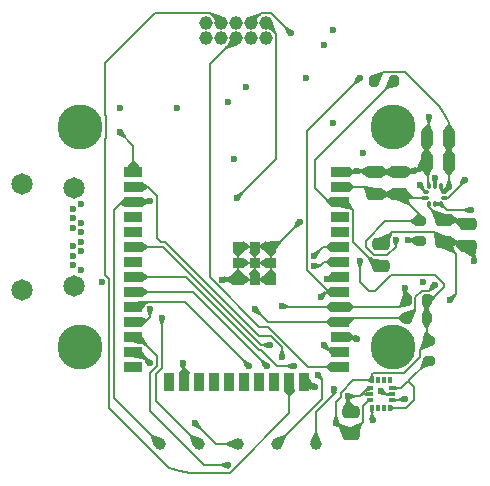
<source format=gbr>
%TF.GenerationSoftware,KiCad,Pcbnew,7.0.9*%
%TF.CreationDate,2023-12-29T19:26:42-05:00*%
%TF.ProjectId,watch-0001,77617463-682d-4303-9030-312e6b696361,v.0.0.1*%
%TF.SameCoordinates,Original*%
%TF.FileFunction,Copper,L4,Bot*%
%TF.FilePolarity,Positive*%
%FSLAX46Y46*%
G04 Gerber Fmt 4.6, Leading zero omitted, Abs format (unit mm)*
G04 Created by KiCad (PCBNEW 7.0.9) date 2023-12-29 19:26:42*
%MOMM*%
%LPD*%
G01*
G04 APERTURE LIST*
G04 Aperture macros list*
%AMRoundRect*
0 Rectangle with rounded corners*
0 $1 Rounding radius*
0 $2 $3 $4 $5 $6 $7 $8 $9 X,Y pos of 4 corners*
0 Add a 4 corners polygon primitive as box body*
4,1,4,$2,$3,$4,$5,$6,$7,$8,$9,$2,$3,0*
0 Add four circle primitives for the rounded corners*
1,1,$1+$1,$2,$3*
1,1,$1+$1,$4,$5*
1,1,$1+$1,$6,$7*
1,1,$1+$1,$8,$9*
0 Add four rect primitives between the rounded corners*
20,1,$1+$1,$2,$3,$4,$5,0*
20,1,$1+$1,$4,$5,$6,$7,0*
20,1,$1+$1,$6,$7,$8,$9,0*
20,1,$1+$1,$8,$9,$2,$3,0*%
G04 Aperture macros list end*
%TA.AperFunction,ComponentPad*%
%ADD10C,3.800000*%
%TD*%
%TA.AperFunction,ComponentPad*%
%ADD11C,0.600000*%
%TD*%
%TA.AperFunction,ComponentPad*%
%ADD12C,1.815000*%
%TD*%
%TA.AperFunction,SMDPad,CuDef*%
%ADD13RoundRect,0.250000X-0.475000X0.250000X-0.475000X-0.250000X0.475000X-0.250000X0.475000X0.250000X0*%
%TD*%
%TA.AperFunction,SMDPad,CuDef*%
%ADD14C,1.000000*%
%TD*%
%TA.AperFunction,SMDPad,CuDef*%
%ADD15RoundRect,0.200000X0.200000X0.275000X-0.200000X0.275000X-0.200000X-0.275000X0.200000X-0.275000X0*%
%TD*%
%TA.AperFunction,SMDPad,CuDef*%
%ADD16RoundRect,0.200000X-0.275000X0.200000X-0.275000X-0.200000X0.275000X-0.200000X0.275000X0.200000X0*%
%TD*%
%TA.AperFunction,ComponentPad*%
%ADD17C,1.168400*%
%TD*%
%TA.AperFunction,SMDPad,CuDef*%
%ADD18R,0.350000X0.600000*%
%TD*%
%TA.AperFunction,SMDPad,CuDef*%
%ADD19R,0.600000X0.350000*%
%TD*%
%TA.AperFunction,SMDPad,CuDef*%
%ADD20RoundRect,0.087500X-0.125000X-0.087500X0.125000X-0.087500X0.125000X0.087500X-0.125000X0.087500X0*%
%TD*%
%TA.AperFunction,SMDPad,CuDef*%
%ADD21RoundRect,0.087500X-0.087500X-0.125000X0.087500X-0.125000X0.087500X0.125000X-0.087500X0.125000X0*%
%TD*%
%TA.AperFunction,SMDPad,CuDef*%
%ADD22RoundRect,0.250000X0.250000X0.475000X-0.250000X0.475000X-0.250000X-0.475000X0.250000X-0.475000X0*%
%TD*%
%TA.AperFunction,SMDPad,CuDef*%
%ADD23RoundRect,0.250000X0.475000X-0.250000X0.475000X0.250000X-0.475000X0.250000X-0.475000X-0.250000X0*%
%TD*%
%TA.AperFunction,SMDPad,CuDef*%
%ADD24R,1.500000X0.900000*%
%TD*%
%TA.AperFunction,SMDPad,CuDef*%
%ADD25R,0.900000X1.500000*%
%TD*%
%TA.AperFunction,SMDPad,CuDef*%
%ADD26R,0.900000X0.900000*%
%TD*%
%TA.AperFunction,ViaPad*%
%ADD27C,0.600000*%
%TD*%
%TA.AperFunction,Conductor*%
%ADD28C,0.200000*%
%TD*%
G04 APERTURE END LIST*
D10*
%TO.P,H1,1*%
%TO.N,N/C*%
X131234000Y-78559000D03*
%TD*%
D11*
%TO.P,J2,B1,GND_3*%
%TO.N,GND*%
X131363000Y-90684000D03*
%TO.P,J2,B2,SSTXP2*%
%TO.N,unconnected-(J2-SSTXP2-PadB2)*%
X130663000Y-90284000D03*
%TO.P,J2,B3,SSTXN2*%
%TO.N,unconnected-(J2-SSTXN2-PadB3)*%
X130663000Y-89484000D03*
%TO.P,J2,B4,VBUS_3*%
%TO.N,VBUS*%
X131363000Y-89084000D03*
%TO.P,J2,B5,CC2*%
%TO.N,Net-(J2-CC2)*%
X130663000Y-88684000D03*
%TO.P,J2,B6,DP2*%
%TO.N,unconnected-(J2-DP2-PadB6)*%
X131363000Y-88284000D03*
%TO.P,J2,B7,DN2*%
%TO.N,unconnected-(J2-DN2-PadB7)*%
X131363000Y-87484000D03*
%TO.P,J2,B8,SBU2*%
%TO.N,unconnected-(J2-SBU2-PadB8)*%
X130663000Y-87084000D03*
%TO.P,J2,B9,VBUS_4*%
%TO.N,VBUS*%
X131363000Y-86684000D03*
%TO.P,J2,B10,SSRXN1*%
%TO.N,unconnected-(J2-SSRXN1-PadB10)*%
X130663000Y-86284000D03*
%TO.P,J2,B11,SSRXP1*%
%TO.N,unconnected-(J2-SSRXP1-PadB11)*%
X130663000Y-85484000D03*
%TO.P,J2,B12,GND_4*%
%TO.N,GND*%
X131363000Y-85084000D03*
D12*
%TO.P,J2,MH1,MH1*%
%TO.N,unconnected-(J2-PadMH1)*%
X130773000Y-83754000D03*
%TO.P,J2,MH2,MH2*%
%TO.N,unconnected-(J2-PadMH2)*%
X130773000Y-92014000D03*
%TO.P,J2,MH3,MH3*%
%TO.N,unconnected-(J2-PadMH3)*%
X126373000Y-92374000D03*
%TO.P,J2,MH4,MH4*%
%TO.N,unconnected-(J2-PadMH4)*%
X126373000Y-83394000D03*
%TD*%
D10*
%TO.P,H4,1*%
%TO.N,N/C*%
X157734000Y-97209000D03*
%TD*%
%TO.P,H3,1*%
%TO.N,N/C*%
X157734000Y-78559000D03*
%TD*%
%TO.P,H2,1*%
%TO.N,N/C*%
X131234000Y-97209000D03*
%TD*%
D13*
%TO.P,C7,1*%
%TO.N,Net-(U4-VDD)*%
X162052000Y-86426000D03*
%TO.P,C7,2*%
%TO.N,GND*%
X162052000Y-88326000D03*
%TD*%
D14*
%TO.P,TP4,1,1*%
%TO.N,Net-(U1-RXD0)*%
X144609333Y-105410000D03*
%TD*%
D15*
%TO.P,R10,1*%
%TO.N,+3V3*%
X160591000Y-93218000D03*
%TO.P,R10,2*%
%TO.N,I2C_SDA*%
X158941000Y-93218000D03*
%TD*%
D16*
%TO.P,R18,1*%
%TO.N,+3V3*%
X160020000Y-86551000D03*
%TO.P,R18,2*%
%TO.N,Net-(U4-VDD)*%
X160020000Y-88201000D03*
%TD*%
D17*
%TO.P,J3,1,1*%
%TO.N,+3V3*%
X146977100Y-69786500D03*
%TO.P,J3,2,2*%
%TO.N,/JTAG_TMS*%
X145707100Y-69786500D03*
%TO.P,J3,3,3*%
%TO.N,GND*%
X144437100Y-69786500D03*
%TO.P,J3,4,4*%
%TO.N,/JTAG_TCK*%
X143167100Y-69786500D03*
%TO.P,J3,5,5*%
%TO.N,GND*%
X141897100Y-69786500D03*
%TO.P,J3,6,6*%
%TO.N,/JTAG_TDO*%
X146977100Y-71056500D03*
%TO.P,J3,7,7*%
%TO.N,GND*%
X145707100Y-71056500D03*
%TO.P,J3,8,8*%
%TO.N,/JTAG_TDI*%
X144437100Y-71056500D03*
%TO.P,J3,9,9*%
%TO.N,GND*%
X143167100Y-71056500D03*
%TO.P,J3,10,10*%
%TO.N,unconnected-(J3-Pad10)*%
X141897100Y-71056500D03*
%TD*%
D18*
%TO.P,U3,1,SDO/SA0*%
%TO.N,Net-(U3-CS)*%
X157468000Y-102346500D03*
%TO.P,U3,2,SDX*%
%TO.N,unconnected-(U3-SDX-Pad2)*%
X156968000Y-102346500D03*
%TO.P,U3,3,SCX*%
%TO.N,unconnected-(U3-SCX-Pad3)*%
X156468000Y-102346500D03*
%TO.P,U3,4,INT1*%
%TO.N,IMU_INT*%
X155968000Y-102346500D03*
D19*
%TO.P,U3,5,VDDIO*%
%TO.N,+3V3*%
X155808000Y-101686500D03*
%TO.P,U3,6,GND*%
%TO.N,GND*%
X155808000Y-101186500D03*
%TO.P,U3,7,GND*%
X155808000Y-100686500D03*
D18*
%TO.P,U3,8,VDD*%
%TO.N,+3V3*%
X155968000Y-100026500D03*
%TO.P,U3,9,INT2/DEN/MDRDY*%
%TO.N,unconnected-(U3-INT2{slash}DEN{slash}MDRDY-Pad9)*%
X156468000Y-100026500D03*
%TO.P,U3,10,OCS_AUX*%
%TO.N,unconnected-(U3-OCS_AUX-Pad10)*%
X156968000Y-100026500D03*
%TO.P,U3,11,SDO_AUX*%
%TO.N,unconnected-(U3-SDO_AUX-Pad11)*%
X157468000Y-100026500D03*
D19*
%TO.P,U3,12,CS*%
%TO.N,Net-(U3-CS)*%
X157628000Y-100686500D03*
%TO.P,U3,13,SCL/SPC*%
%TO.N,I2C_SCL*%
X157628000Y-101186500D03*
%TO.P,U3,14,SDA/SDI/SDO*%
%TO.N,I2C_SDA*%
X157628000Y-101686500D03*
%TD*%
D16*
%TO.P,R19,1*%
%TO.N,+3V3*%
X160782000Y-96711000D03*
%TO.P,R19,2*%
%TO.N,Net-(U3-CS)*%
X160782000Y-98361000D03*
%TD*%
D14*
%TO.P,TP5,1,1*%
%TO.N,Net-(U1-TXD0)*%
X141307333Y-105410000D03*
%TD*%
%TO.P,TP1,1,1*%
%TO.N,CHG*%
X138005333Y-105410000D03*
%TD*%
D20*
%TO.P,U4,1,Vdd_IO*%
%TO.N,+3V3*%
X160527500Y-84578000D03*
%TO.P,U4,2,SCL*%
%TO.N,I2C_SCL*%
X160527500Y-84078000D03*
D21*
%TO.P,U4,3,RES*%
%TO.N,GND*%
X160790000Y-83565500D03*
%TO.P,U4,4,SDA*%
%TO.N,I2C_SDA*%
X161290000Y-83565500D03*
%TO.P,U4,5,SA0*%
%TO.N,+3V3*%
X161790000Y-83565500D03*
D20*
%TO.P,U4,6,~{CS}*%
X162052500Y-84078000D03*
%TO.P,U4,7,INT_DRDY*%
%TO.N,PR_INT_DRDY*%
X162052500Y-84578000D03*
D21*
%TO.P,U4,8,GND*%
%TO.N,GND*%
X161790000Y-85090500D03*
%TO.P,U4,9,GND*%
X161290000Y-85090500D03*
%TO.P,U4,10,VDD*%
%TO.N,Net-(U4-VDD)*%
X160790000Y-85090500D03*
%TD*%
D22*
%TO.P,C9,1*%
%TO.N,+3V3*%
X162494000Y-79502000D03*
%TO.P,C9,2*%
%TO.N,GND*%
X160594000Y-79502000D03*
%TD*%
D14*
%TO.P,TP2,1,1*%
%TO.N,BAT_MON*%
X147911333Y-105410000D03*
%TD*%
D22*
%TO.P,C11,1*%
%TO.N,+3V3*%
X162494000Y-81534000D03*
%TO.P,C11,2*%
%TO.N,GND*%
X160594000Y-81534000D03*
%TD*%
D13*
%TO.P,C8,1*%
%TO.N,Net-(U4-VDD)*%
X164084000Y-86746000D03*
%TO.P,C8,2*%
%TO.N,GND*%
X164084000Y-88646000D03*
%TD*%
D15*
%TO.P,R17,1*%
%TO.N,Net-(U1-EN)*%
X157797000Y-74676000D03*
%TO.P,R17,2*%
%TO.N,+3V3*%
X156147000Y-74676000D03*
%TD*%
%TO.P,R11,1*%
%TO.N,+3V3*%
X160591000Y-94742000D03*
%TO.P,R11,2*%
%TO.N,I2C_SCL*%
X158941000Y-94742000D03*
%TD*%
D23*
%TO.P,C10,1*%
%TO.N,+3V3*%
X154178000Y-104582000D03*
%TO.P,C10,2*%
%TO.N,GND*%
X154178000Y-102682000D03*
%TD*%
%TO.P,C6,1*%
%TO.N,+3V3*%
X156210000Y-84262000D03*
%TO.P,C6,2*%
%TO.N,GND*%
X156210000Y-82362000D03*
%TD*%
%TO.P,C5,1*%
%TO.N,+3V3*%
X158242000Y-84262000D03*
%TO.P,C5,2*%
%TO.N,GND*%
X158242000Y-82362000D03*
%TD*%
D14*
%TO.P,TP3,1,1*%
%TO.N,Net-(IC2-~{MR})*%
X151213333Y-105410000D03*
%TD*%
D24*
%TO.P,U1,1,GND_1*%
%TO.N,GND*%
X153276000Y-82374000D03*
%TO.P,U1,2,3V3*%
%TO.N,+3V3*%
X153276000Y-83644000D03*
%TO.P,U1,3,EN*%
%TO.N,Net-(U1-EN)*%
X153276000Y-84914000D03*
%TO.P,U1,4,SENSOR_VP*%
%TO.N,unconnected-(U1-SENSOR_VP-Pad4)*%
X153276000Y-86184000D03*
%TO.P,U1,5,SENSOR_VN*%
%TO.N,unconnected-(U1-SENSOR_VN-Pad5)*%
X153276000Y-87454000D03*
%TO.P,U1,6,IO34*%
%TO.N,/DISP_BL*%
X153276000Y-88724000D03*
%TO.P,U1,7,IO35*%
%TO.N,/TP_INT*%
X153276000Y-89994000D03*
%TO.P,U1,8,IO32*%
%TO.N,/TP_RST*%
X153276000Y-91264000D03*
%TO.P,U1,9,IO33*%
%TO.N,BAT_MON*%
X153276000Y-92534000D03*
%TO.P,U1,10,IO25*%
%TO.N,I2C_SDA*%
X153276000Y-93804000D03*
%TO.P,U1,11,IO26*%
%TO.N,I2C_SCL*%
X153276000Y-95074000D03*
%TO.P,U1,12,IO27*%
%TO.N,IMU_INT*%
X153276000Y-96344000D03*
%TO.P,U1,13,IO14*%
%TO.N,/JTAG_TMS*%
X153276000Y-97614000D03*
%TO.P,U1,14,IO12*%
%TO.N,/JTAG_TDI*%
X153276000Y-98884000D03*
D25*
%TO.P,U1,15,GND_2*%
%TO.N,GND*%
X150241000Y-100134000D03*
%TO.P,U1,16,IO13*%
%TO.N,/JTAG_TCK*%
X148971000Y-100134000D03*
%TO.P,U1,17,NC_1*%
%TO.N,unconnected-(U1-NC_1-Pad17)*%
X147701000Y-100134000D03*
%TO.P,U1,18,NC_2*%
%TO.N,unconnected-(U1-NC_2-Pad18)*%
X146431000Y-100134000D03*
%TO.P,U1,19,NC_3*%
%TO.N,unconnected-(U1-NC_3-Pad19)*%
X145161000Y-100134000D03*
%TO.P,U1,20,NC_4*%
%TO.N,unconnected-(U1-NC_4-Pad20)*%
X143891000Y-100134000D03*
%TO.P,U1,21,NC_5*%
%TO.N,unconnected-(U1-NC_5-Pad21)*%
X142621000Y-100134000D03*
%TO.P,U1,22,NC_6*%
%TO.N,unconnected-(U1-NC_6-Pad22)*%
X141351000Y-100134000D03*
%TO.P,U1,23,IO15*%
%TO.N,/JTAG_TDO*%
X140081000Y-100134000D03*
%TO.P,U1,24,IO2*%
%TO.N,unconnected-(U1-IO2-Pad24)*%
X138811000Y-100134000D03*
D24*
%TO.P,U1,25,IO0*%
%TO.N,unconnected-(U1-IO0-Pad25)*%
X135776000Y-98884000D03*
%TO.P,U1,26,IO4*%
%TO.N,BAT_MON_EN*%
X135776000Y-97614000D03*
%TO.P,U1,27,IO16*%
%TO.N,DISP_RST*%
X135776000Y-96344000D03*
%TO.P,U1,28,IO17*%
%TO.N,PR_INT_DRDY*%
X135776000Y-95074000D03*
%TO.P,U1,29,IO5*%
%TO.N,DISP_CS*%
X135776000Y-93804000D03*
%TO.P,U1,30,IO18*%
%TO.N,DISP_SPI_SCLK*%
X135776000Y-92534000D03*
%TO.P,U1,31,IO19*%
%TO.N,DISP_SPI_MISO*%
X135776000Y-91264000D03*
%TO.P,U1,32,NC_7*%
%TO.N,unconnected-(U1-NC_7-Pad32)*%
X135776000Y-89994000D03*
%TO.P,U1,33,IO21*%
%TO.N,DISP_DC*%
X135776000Y-88724000D03*
%TO.P,U1,34,RXD0*%
%TO.N,Net-(U1-RXD0)*%
X135776000Y-87454000D03*
%TO.P,U1,35,TXD0*%
%TO.N,Net-(U1-TXD0)*%
X135776000Y-86184000D03*
%TO.P,U1,36,IO22*%
%TO.N,CHG*%
X135776000Y-84914000D03*
%TO.P,U1,37,IO23*%
%TO.N,DISP_SPI_MOSI*%
X135776000Y-83644000D03*
%TO.P,U1,38,GND_3*%
%TO.N,GND*%
X135776000Y-82374000D03*
D26*
%TO.P,U1,39,GND_4*%
X147426000Y-88694000D03*
%TO.P,U1,40,GND_5*%
X147426000Y-90094000D03*
%TO.P,U1,41,GND_6*%
X147426000Y-91494000D03*
%TO.P,U1,42,GND_7*%
X146026000Y-91494000D03*
%TO.P,U1,43,GND_8*%
X144626000Y-91494000D03*
%TO.P,U1,44,GND_9*%
X144626000Y-90094000D03*
%TO.P,U1,45,GND_10*%
X144626000Y-88694000D03*
%TO.P,U1,46,GND_11*%
X146026000Y-88694000D03*
%TO.P,U1,47,GND_12*%
X146026000Y-90094000D03*
%TD*%
D23*
%TO.P,C12,1*%
%TO.N,Net-(U1-EN)*%
X156718000Y-90358000D03*
%TO.P,C12,2*%
%TO.N,GND*%
X156718000Y-88458000D03*
%TD*%
D27*
%TO.N,I2C_SDA*%
X161290000Y-82870137D03*
X158750000Y-101600000D03*
X148336000Y-93726000D03*
X158750000Y-92202000D03*
%TO.N,I2C_SCL*%
X146050000Y-93980000D03*
X156718000Y-100932500D03*
X160020000Y-83474500D03*
X161290000Y-91948000D03*
%TO.N,DISP_SPI_MISO*%
X149352000Y-98806000D03*
%TO.N,DISP_SPI_MOSI*%
X148336000Y-98044000D03*
%TO.N,+BATT*%
X143764000Y-76454000D03*
X145288000Y-75184000D03*
X144272000Y-81280000D03*
%TO.N,DISP_SPI_SCLK*%
X147066000Y-98806000D03*
%TO.N,CHG*%
X137160000Y-84836000D03*
%TO.N,+3V3*%
X144526000Y-84582000D03*
X162494000Y-83636500D03*
X152908000Y-103632000D03*
X157988000Y-88138000D03*
X154940000Y-89916000D03*
%TO.N,Net-(IC2-~{MR})*%
X155194000Y-80772000D03*
X152771676Y-100778445D03*
%TO.N,BAT_MON_EN*%
X151892000Y-71628000D03*
X137160000Y-98552000D03*
%TO.N,Net-(IC2-~{RESET})*%
X152654000Y-78232000D03*
X160274000Y-91694000D03*
%TO.N,/JTAG_TMS*%
X149098000Y-70612000D03*
X151892000Y-97028000D03*
%TO.N,/JTAG_TDO*%
X139954000Y-98552000D03*
%TO.N,DISP_CS*%
X145542000Y-98806000D03*
%TO.N,GND*%
X162560000Y-93218000D03*
X164338000Y-85598000D03*
X164592000Y-89916000D03*
X143310000Y-91494000D03*
X152654000Y-70358000D03*
X159512000Y-82296000D03*
X151130000Y-100584000D03*
X154686000Y-82296000D03*
X160782000Y-77724000D03*
X149860000Y-86614000D03*
X133096000Y-91694000D03*
X134620000Y-78994000D03*
X150368000Y-74422000D03*
X153924000Y-101346000D03*
%TO.N,VBUS*%
X139446000Y-76962000D03*
X134620000Y-76962000D03*
%TO.N,/DISP_BL*%
X151059225Y-89486747D03*
%TO.N,/TP_INT*%
X151059085Y-90334429D03*
%TO.N,/TP_RST*%
X152188911Y-91482911D03*
%TO.N,DISP_RST*%
X143764000Y-107188000D03*
%TO.N,DISP_DC*%
X147320000Y-97028000D03*
%TO.N,IMU_INT*%
X154686000Y-96520000D03*
X156054470Y-103409248D03*
%TO.N,PR_INT_DRDY*%
X163830000Y-83058000D03*
X137160000Y-93980000D03*
%TO.N,BAT_MON*%
X151638000Y-92964000D03*
X151384000Y-99568000D03*
X154940000Y-74422000D03*
%TO.N,Net-(U1-RXD0)*%
X140970000Y-103632000D03*
X135890000Y-87630000D03*
%TO.N,Net-(U1-TXD0)*%
X138176000Y-94742000D03*
X135890000Y-86360000D03*
%TO.N,Net-(U4-VDD)*%
X159004000Y-88138000D03*
X162052000Y-86483502D03*
%TD*%
D28*
%TO.N,I2C_SDA*%
X157628000Y-101686500D02*
X158663500Y-101686500D01*
X158750000Y-92202000D02*
X158750000Y-93027000D01*
X158355000Y-93804000D02*
X158941000Y-93218000D01*
X153276000Y-93804000D02*
X148414000Y-93804000D01*
X153276000Y-93804000D02*
X158355000Y-93804000D01*
X158663500Y-101686500D02*
X158750000Y-101600000D01*
X148414000Y-93804000D02*
X148336000Y-93726000D01*
X161290000Y-83565500D02*
X161290000Y-82870137D01*
X158750000Y-93027000D02*
X158941000Y-93218000D01*
%TO.N,I2C_SCL*%
X153608000Y-94742000D02*
X158941000Y-94742000D01*
X153276000Y-95074000D02*
X147144000Y-95074000D01*
X157628000Y-101186500D02*
X156972000Y-101186500D01*
X160178352Y-92443000D02*
X159641000Y-92980352D01*
X160527500Y-84078000D02*
X160020000Y-83570500D01*
X159641000Y-94042000D02*
X158941000Y-94742000D01*
X156972000Y-101186500D02*
X156718000Y-100932500D01*
X160795000Y-92443000D02*
X160178352Y-92443000D01*
X153276000Y-95074000D02*
X153608000Y-94742000D01*
X161290000Y-91948000D02*
X160795000Y-92443000D01*
X159641000Y-92980352D02*
X159641000Y-94042000D01*
X147144000Y-95074000D02*
X146050000Y-93980000D01*
X160020000Y-83570500D02*
X160020000Y-83474500D01*
%TO.N,DISP_SPI_MISO*%
X140247000Y-91264000D02*
X135776000Y-91264000D01*
X147935500Y-98806000D02*
X146557500Y-97428000D01*
X146557500Y-97428000D02*
X146411000Y-97428000D01*
X149352000Y-98806000D02*
X147935500Y-98806000D01*
X146411000Y-97428000D02*
X140247000Y-91264000D01*
%TO.N,DISP_SPI_MOSI*%
X148336000Y-97195471D02*
X148336000Y-98044000D01*
X136984000Y-83644000D02*
X137760000Y-84420000D01*
X137760000Y-87976000D02*
X138108000Y-88324000D01*
X146380372Y-96266000D02*
X147406529Y-96266000D01*
X137760000Y-84420000D02*
X137760000Y-87976000D01*
X147406529Y-96266000D02*
X148336000Y-97195471D01*
X135776000Y-83644000D02*
X136984000Y-83644000D01*
X138438372Y-88324000D02*
X146380372Y-96266000D01*
X138108000Y-88324000D02*
X138438372Y-88324000D01*
%TO.N,DISP_SPI_SCLK*%
X140794000Y-92534000D02*
X147066000Y-98806000D01*
X135776000Y-92534000D02*
X140794000Y-92534000D01*
%TO.N,CHG*%
X134112000Y-85628000D02*
X134826000Y-84914000D01*
X137082000Y-84914000D02*
X137160000Y-84836000D01*
X135776000Y-84914000D02*
X137082000Y-84914000D01*
X138005333Y-105410000D02*
X134112000Y-101516667D01*
X134112000Y-101516667D02*
X134112000Y-85628000D01*
X134826000Y-84914000D02*
X135776000Y-84914000D01*
%TO.N,+3V3*%
X155592000Y-83644000D02*
X156210000Y-84262000D01*
X160591000Y-93218000D02*
X160591000Y-94742000D01*
X160991000Y-93218000D02*
X162052000Y-92157000D01*
X158242000Y-84262000D02*
X160020000Y-86040000D01*
X162052000Y-91861471D02*
X161284529Y-91094000D01*
X153324000Y-101097471D02*
X154394971Y-100026500D01*
X156210000Y-84262000D02*
X158242000Y-84262000D01*
X155448000Y-88218256D02*
X157115256Y-86551000D01*
X153276000Y-83644000D02*
X155592000Y-83644000D01*
X154940000Y-91694000D02*
X154940000Y-89916000D01*
X157988000Y-88138000D02*
X157988000Y-88697744D01*
X155702000Y-92456000D02*
X154940000Y-91694000D01*
X154394971Y-100026500D02*
X155968000Y-100026500D01*
X160527500Y-84578000D02*
X158558000Y-84578000D01*
X153324000Y-101438000D02*
X153324000Y-101097471D01*
X158645270Y-99409000D02*
X160020000Y-98034270D01*
X147861300Y-70670700D02*
X146977100Y-69786500D01*
X162052500Y-84078000D02*
X162494000Y-83636500D01*
X155203000Y-102197256D02*
X155646256Y-101754000D01*
X157988000Y-88697744D02*
X157277744Y-89408000D01*
X154178000Y-104582000D02*
X152908000Y-103632000D01*
X161657709Y-76821709D02*
X158737000Y-73901000D01*
X157277744Y-89408000D02*
X156158256Y-89408000D01*
X160591000Y-93218000D02*
X160991000Y-93218000D01*
X156085500Y-99409000D02*
X158645270Y-99409000D01*
X152908000Y-103632000D02*
X152908000Y-101854000D01*
X162494000Y-78236564D02*
X162408899Y-78073086D01*
X160020000Y-97473000D02*
X160782000Y-96711000D01*
X162494000Y-79502000D02*
X162494000Y-78236564D01*
X161963945Y-77302404D02*
X161657709Y-76821709D01*
X162494000Y-83636500D02*
X162494000Y-81534000D01*
X156922000Y-73901000D02*
X156147000Y-74676000D01*
X162408899Y-78073086D02*
X161963945Y-77302404D01*
X161284529Y-91094000D02*
X157572000Y-91094000D01*
X162494000Y-79502000D02*
X162494000Y-81534000D01*
X160020000Y-98034270D02*
X160020000Y-97473000D01*
X158558000Y-84578000D02*
X158242000Y-84262000D01*
X161790000Y-83815500D02*
X162052500Y-84078000D01*
X157572000Y-91094000D02*
X156210000Y-92456000D01*
X157115256Y-86551000D02*
X160020000Y-86551000D01*
X155448000Y-88697744D02*
X155448000Y-88218256D01*
X155203000Y-103557000D02*
X155203000Y-102197256D01*
X160591000Y-94742000D02*
X160591000Y-96520000D01*
X156210000Y-92456000D02*
X155702000Y-92456000D01*
X144526000Y-84582000D02*
X147861300Y-81246700D01*
X160591000Y-96520000D02*
X160782000Y-96711000D01*
X160020000Y-86040000D02*
X160020000Y-86551000D01*
X152908000Y-101854000D02*
X153324000Y-101438000D01*
X154178000Y-104582000D02*
X155203000Y-103557000D01*
X155968000Y-100026500D02*
X155968000Y-99526500D01*
X156158256Y-89408000D02*
X155448000Y-88697744D01*
X160845000Y-93472000D02*
X160591000Y-93218000D01*
X161790000Y-83565500D02*
X161790000Y-83815500D01*
X147861300Y-81246700D02*
X147861300Y-70670700D01*
X158737000Y-73901000D02*
X156922000Y-73901000D01*
X162052000Y-92157000D02*
X162052000Y-91861471D01*
X155968000Y-99526500D02*
X156085500Y-99409000D01*
%TO.N,Net-(IC2-~{MR})*%
X152771676Y-100778445D02*
X152771676Y-101188324D01*
X152771676Y-101188324D02*
X151213333Y-102746667D01*
X151213333Y-102746667D02*
X151213333Y-105410000D01*
%TO.N,BAT_MON_EN*%
X136222000Y-97614000D02*
X135776000Y-97614000D01*
X137160000Y-98552000D02*
X136222000Y-97614000D01*
%TO.N,/JTAG_TMS*%
X153276000Y-97614000D02*
X152478000Y-97614000D01*
X152478000Y-97614000D02*
X151892000Y-97028000D01*
X146591300Y-68902300D02*
X147388300Y-68902300D01*
X147388300Y-68902300D02*
X149098000Y-70612000D01*
X145707100Y-69786500D02*
X146591300Y-68902300D01*
%TO.N,/JTAG_TCK*%
X143911105Y-107889424D02*
X148971000Y-102829529D01*
X133434000Y-79470270D02*
X133350000Y-79554270D01*
X133350000Y-77563730D02*
X133434000Y-77647730D01*
X139677832Y-107696808D02*
X140546666Y-107889424D01*
X133350000Y-79554270D02*
X133350000Y-91099471D01*
X133696000Y-102344244D02*
X138818238Y-107466482D01*
X133350000Y-91099471D02*
X133696000Y-91445471D01*
X143167100Y-69786500D02*
X142282900Y-68902300D01*
X142282900Y-68902300D02*
X137636310Y-68902300D01*
X140546666Y-107889424D02*
X143911105Y-107889424D01*
X137636310Y-68902300D02*
X133350000Y-73188610D01*
X133696000Y-91445471D02*
X133696000Y-102344244D01*
X133434000Y-77647730D02*
X133434000Y-79470270D01*
X133350000Y-73188610D02*
X133350000Y-77563730D01*
X138818238Y-107466482D02*
X139677832Y-107696808D01*
X148971000Y-102829529D02*
X148971000Y-100134000D01*
%TO.N,/JTAG_TDO*%
X140081000Y-98679000D02*
X139954000Y-98552000D01*
X140081000Y-100134000D02*
X140081000Y-98679000D01*
%TO.N,/JTAG_TDI*%
X142240000Y-91272529D02*
X142240000Y-73253600D01*
X146441471Y-95474000D02*
X142240000Y-91272529D01*
X147180215Y-95474000D02*
X146441471Y-95474000D01*
X142240000Y-73253600D02*
X144437100Y-71056500D01*
X153276000Y-98884000D02*
X150590215Y-98884000D01*
X150590215Y-98884000D02*
X147180215Y-95474000D01*
%TO.N,DISP_CS*%
X140116000Y-93380000D02*
X145542000Y-98806000D01*
X136200000Y-93380000D02*
X140116000Y-93380000D01*
X135776000Y-93804000D02*
X136200000Y-93380000D01*
%TO.N,GND*%
X159512000Y-82296000D02*
X158308000Y-82296000D01*
X160594000Y-81534000D02*
X160594000Y-79502000D01*
X160690000Y-83465500D02*
X160690000Y-81630000D01*
X153961000Y-101383000D02*
X153924000Y-101346000D01*
X150426000Y-100134000D02*
X150241000Y-100134000D01*
X164084000Y-88326000D02*
X164592000Y-88834000D01*
X163068000Y-89342000D02*
X162052000Y-88326000D01*
X164338000Y-85598000D02*
X162297500Y-85598000D01*
X144626000Y-88694000D02*
X144626000Y-91494000D01*
X155808000Y-100686500D02*
X155673500Y-100686500D01*
X154608000Y-82374000D02*
X154686000Y-82296000D01*
X161227000Y-87501000D02*
X157675000Y-87501000D01*
X154686000Y-82296000D02*
X156144000Y-82296000D01*
X147780000Y-88694000D02*
X147426000Y-88694000D01*
X155673500Y-100686500D02*
X154977000Y-101383000D01*
X162052000Y-88326000D02*
X161227000Y-87501000D01*
X158308000Y-82296000D02*
X158242000Y-82362000D01*
X161290000Y-85090500D02*
X161790000Y-85090500D01*
X163068000Y-92710000D02*
X163068000Y-89342000D01*
X143310000Y-91494000D02*
X144626000Y-91494000D01*
X160802392Y-81534000D02*
X160594000Y-81534000D01*
X153924000Y-101346000D02*
X153924000Y-102428000D01*
X154977000Y-101383000D02*
X153961000Y-101383000D01*
X159832000Y-82296000D02*
X160594000Y-81534000D01*
X160690000Y-81630000D02*
X160594000Y-81534000D01*
X144626000Y-88694000D02*
X147426000Y-88694000D01*
X144626000Y-90094000D02*
X147426000Y-90094000D01*
X155808000Y-101186500D02*
X155173500Y-101186500D01*
X150876000Y-100584000D02*
X150426000Y-100134000D01*
X162297500Y-85598000D02*
X161790000Y-85090500D01*
X160782000Y-77724000D02*
X160782000Y-79314000D01*
X160790000Y-81730000D02*
X160594000Y-81534000D01*
X162560000Y-93218000D02*
X163068000Y-92710000D01*
X155173500Y-101186500D02*
X154977000Y-101383000D01*
X134620000Y-78994000D02*
X135776000Y-80150000D01*
X135776000Y-80150000D02*
X135776000Y-82374000D01*
X153276000Y-82374000D02*
X154608000Y-82374000D01*
X158242000Y-82362000D02*
X156210000Y-82362000D01*
X164592000Y-88834000D02*
X164592000Y-89916000D01*
X144626000Y-91494000D02*
X147426000Y-91494000D01*
X151130000Y-100584000D02*
X150876000Y-100584000D01*
X153924000Y-102428000D02*
X154178000Y-102682000D01*
X164084000Y-88326000D02*
X162442256Y-88326000D01*
X160782000Y-79314000D02*
X160594000Y-79502000D01*
X146026000Y-88694000D02*
X146026000Y-91494000D01*
X157675000Y-87501000D02*
X156718000Y-88458000D01*
X156144000Y-82296000D02*
X156210000Y-82362000D01*
X159512000Y-82296000D02*
X159832000Y-82296000D01*
X149860000Y-86614000D02*
X147780000Y-88694000D01*
X160790000Y-83565500D02*
X160690000Y-83465500D01*
X147426000Y-88694000D02*
X147426000Y-91494000D01*
X162052000Y-88326000D02*
X164084000Y-88326000D01*
%TO.N,/DISP_BL*%
X151821972Y-88724000D02*
X153276000Y-88724000D01*
X151059225Y-89486747D02*
X151821972Y-88724000D01*
%TO.N,/TP_INT*%
X151632529Y-90262000D02*
X151900529Y-89994000D01*
X151059085Y-90334429D02*
X151131514Y-90262000D01*
X151131514Y-90262000D02*
X151632529Y-90262000D01*
X151900529Y-89994000D02*
X153276000Y-89994000D01*
%TO.N,/TP_RST*%
X152407822Y-91264000D02*
X153276000Y-91264000D01*
X152188911Y-91482911D02*
X152407822Y-91264000D01*
%TO.N,DISP_RST*%
X141732000Y-107188000D02*
X143764000Y-107188000D01*
X137160000Y-102616000D02*
X141732000Y-107188000D01*
X137760000Y-97972000D02*
X137760000Y-98800529D01*
X137760000Y-98800529D02*
X137160000Y-99400529D01*
X143764000Y-107188000D02*
X143764000Y-107442000D01*
X135776000Y-96344000D02*
X136132000Y-96344000D01*
X137160000Y-99400529D02*
X137160000Y-102616000D01*
X136132000Y-96344000D02*
X137760000Y-97972000D01*
%TO.N,DISP_DC*%
X146576686Y-97028000D02*
X138272686Y-88724000D01*
X147320000Y-97028000D02*
X146576686Y-97028000D01*
X138272686Y-88724000D02*
X135776000Y-88724000D01*
%TO.N,Net-(U1-EN)*%
X151130000Y-81343000D02*
X151130000Y-83718000D01*
X151130000Y-83718000D02*
X152326000Y-84914000D01*
X156398000Y-90358000D02*
X154326000Y-88286000D01*
X153642000Y-84914000D02*
X153276000Y-84914000D01*
X157797000Y-74676000D02*
X151130000Y-81343000D01*
X154326000Y-88286000D02*
X154326000Y-85598000D01*
X156718000Y-90358000D02*
X156398000Y-90358000D01*
X152326000Y-84914000D02*
X153276000Y-84914000D01*
X154326000Y-85598000D02*
X153642000Y-84914000D01*
%TO.N,IMU_INT*%
X155968000Y-103366000D02*
X155956000Y-103378000D01*
X155968000Y-102346500D02*
X155968000Y-103366000D01*
X154510000Y-96344000D02*
X154686000Y-96520000D01*
X153276000Y-96344000D02*
X154510000Y-96344000D01*
%TO.N,PR_INT_DRDY*%
X137160000Y-94640000D02*
X136726000Y-95074000D01*
X136726000Y-95074000D02*
X135776000Y-95074000D01*
X137160000Y-93980000D02*
X137160000Y-94640000D01*
X162401029Y-84578000D02*
X163830000Y-83149029D01*
X163830000Y-83149029D02*
X163830000Y-83058000D01*
X162052500Y-84578000D02*
X162401029Y-84578000D01*
%TO.N,BAT_MON*%
X151730000Y-99914000D02*
X151384000Y-99568000D01*
X152068000Y-92534000D02*
X151638000Y-92964000D01*
X153276000Y-92534000D02*
X152068000Y-92534000D01*
X153276000Y-92534000D02*
X152326000Y-92534000D01*
X150459225Y-78902775D02*
X154940000Y-74422000D01*
X150459225Y-90667225D02*
X150459225Y-78902775D01*
X147911333Y-105410000D02*
X151730000Y-101591333D01*
X151730000Y-101591333D02*
X151730000Y-99914000D01*
X152326000Y-92534000D02*
X150459225Y-90667225D01*
%TO.N,Net-(U1-RXD0)*%
X144609333Y-105410000D02*
X142748000Y-105410000D01*
X142748000Y-105410000D02*
X140970000Y-103632000D01*
%TO.N,Net-(U1-TXD0)*%
X138176000Y-98950215D02*
X138176000Y-94742000D01*
X138176000Y-94742000D02*
X138176000Y-94996000D01*
X137668000Y-99458215D02*
X138176000Y-98950215D01*
X137668000Y-101770667D02*
X137668000Y-99458215D01*
X141307333Y-105410000D02*
X137668000Y-101770667D01*
%TO.N,Net-(U3-CS)*%
X160782000Y-98361000D02*
X159035500Y-100107500D01*
X158456500Y-100686500D02*
X157628000Y-100686500D01*
X159512000Y-100584000D02*
X159035500Y-100107500D01*
X159035500Y-100107500D02*
X158456500Y-100686500D01*
X157468000Y-102346500D02*
X158852029Y-102346500D01*
X158852029Y-102346500D02*
X159512000Y-101686529D01*
X159512000Y-101686529D02*
X159512000Y-100584000D01*
%TO.N,Net-(U4-VDD)*%
X159004000Y-88138000D02*
X159957000Y-88138000D01*
X159957000Y-88138000D02*
X160020000Y-88201000D01*
X160790000Y-85353432D02*
X160790000Y-85090500D01*
X162052000Y-86483502D02*
X162109502Y-86426000D01*
X161862568Y-86426000D02*
X160790000Y-85353432D01*
X162109502Y-86426000D02*
X164084000Y-86426000D01*
X162052000Y-86426000D02*
X161862568Y-86426000D01*
X162052000Y-86426000D02*
X162052000Y-86483502D01*
%TD*%
%TA.AperFunction,Conductor*%
%TO.N,GND*%
G36*
X159395641Y-82023050D02*
G01*
X159401503Y-82029148D01*
X159511115Y-82291489D01*
X159511142Y-82300444D01*
X159511115Y-82300511D01*
X159401503Y-82562851D01*
X159395151Y-82569163D01*
X159386694Y-82569329D01*
X159252947Y-82520493D01*
X158919687Y-82398806D01*
X158913091Y-82392750D01*
X158912000Y-82387816D01*
X158912000Y-82204183D01*
X158915427Y-82195910D01*
X158919687Y-82193193D01*
X159386697Y-82022669D01*
X159395641Y-82023050D01*
G37*
%TD.AperFunction*%
%TD*%
%TA.AperFunction,Conductor*%
%TO.N,DISP_CS*%
G36*
X145195864Y-98314475D02*
G01*
X145646671Y-98524123D01*
X145652726Y-98530718D01*
X145652559Y-98539175D01*
X145544563Y-98802184D01*
X145538251Y-98808536D01*
X145538184Y-98808563D01*
X145275175Y-98916559D01*
X145266220Y-98916532D01*
X145260123Y-98910671D01*
X145050475Y-98459865D01*
X145050095Y-98450920D01*
X145052810Y-98446662D01*
X145182661Y-98316811D01*
X145190933Y-98313385D01*
X145195864Y-98314475D01*
G37*
%TD.AperFunction*%
%TD*%
%TA.AperFunction,Conductor*%
%TO.N,+3V3*%
G36*
X155278718Y-83546782D02*
G01*
X156347219Y-83759493D01*
X156354664Y-83764469D01*
X156356410Y-83773252D01*
X156356149Y-83774306D01*
X156213077Y-84255019D01*
X156207432Y-84261970D01*
X156203818Y-84263217D01*
X155494792Y-84383379D01*
X155486063Y-84381382D01*
X155481772Y-84375645D01*
X155443142Y-84263217D01*
X155265378Y-83745848D01*
X155264743Y-83742046D01*
X155264743Y-83558258D01*
X155268170Y-83549985D01*
X155276443Y-83546558D01*
X155278718Y-83546782D01*
G37*
%TD.AperFunction*%
%TD*%
%TA.AperFunction,Conductor*%
%TO.N,/JTAG_TMS*%
G36*
X152167779Y-96917467D02*
G01*
X152173877Y-96923329D01*
X152383523Y-97374132D01*
X152383904Y-97383079D01*
X152381187Y-97387339D01*
X152251339Y-97517187D01*
X152243066Y-97520614D01*
X152238132Y-97519523D01*
X151944736Y-97383079D01*
X151787328Y-97309876D01*
X151781273Y-97303281D01*
X151781439Y-97294825D01*
X151889436Y-97031814D01*
X151895746Y-97025464D01*
X152158825Y-96917440D01*
X152167779Y-96917467D01*
G37*
%TD.AperFunction*%
%TD*%
%TA.AperFunction,Conductor*%
%TO.N,BAT_MON*%
G36*
X148549595Y-104635137D02*
G01*
X148553088Y-104637543D01*
X148683789Y-104768244D01*
X148687216Y-104776517D01*
X148686447Y-104780688D01*
X148377555Y-105590119D01*
X148371404Y-105596627D01*
X148362453Y-105596879D01*
X148362182Y-105596772D01*
X147915129Y-105412562D01*
X147908786Y-105406242D01*
X147724566Y-104959162D01*
X147724583Y-104950211D01*
X147730927Y-104943890D01*
X147731174Y-104943792D01*
X148540647Y-104634885D01*
X148549595Y-104635137D01*
G37*
%TD.AperFunction*%
%TD*%
%TA.AperFunction,Conductor*%
%TO.N,Net-(U3-CS)*%
G36*
X160776476Y-98359114D02*
G01*
X160783969Y-98364019D01*
X160785121Y-98366156D01*
X160943314Y-98750381D01*
X160943295Y-98759335D01*
X160937151Y-98765569D01*
X160205707Y-99082848D01*
X160196753Y-99082996D01*
X160192778Y-99080387D01*
X160062290Y-98949899D01*
X160058863Y-98941626D01*
X160059592Y-98937562D01*
X160303565Y-98279577D01*
X160309653Y-98273014D01*
X160316707Y-98272151D01*
X160776476Y-98359114D01*
G37*
%TD.AperFunction*%
%TD*%
%TA.AperFunction,Conductor*%
%TO.N,+3V3*%
G36*
X159674644Y-86172970D02*
G01*
X160013758Y-86543096D01*
X160016820Y-86551511D01*
X160013758Y-86558904D01*
X159674644Y-86929029D01*
X159666528Y-86932814D01*
X159660426Y-86931403D01*
X159151109Y-86654323D01*
X159145479Y-86647359D01*
X159145000Y-86644045D01*
X159145000Y-86457954D01*
X159148427Y-86449681D01*
X159151106Y-86447678D01*
X159660426Y-86170595D01*
X159669331Y-86169653D01*
X159674644Y-86172970D01*
G37*
%TD.AperFunction*%
%TD*%
%TA.AperFunction,Conductor*%
%TO.N,GND*%
G36*
X146983303Y-88251287D02*
G01*
X147418699Y-88685718D01*
X147422135Y-88693987D01*
X147418717Y-88702264D01*
X147418699Y-88702282D01*
X146983303Y-89136712D01*
X146975026Y-89140130D01*
X146967856Y-89137665D01*
X146530517Y-88797513D01*
X146526090Y-88789729D01*
X146526000Y-88788278D01*
X146526000Y-88599721D01*
X146529427Y-88591448D01*
X146530509Y-88590492D01*
X146967856Y-88250333D01*
X146976490Y-88247959D01*
X146983303Y-88251287D01*
G37*
%TD.AperFunction*%
%TD*%
%TA.AperFunction,Conductor*%
%TO.N,GND*%
G36*
X162768163Y-88343666D02*
G01*
X162776344Y-88347304D01*
X162779195Y-88352455D01*
X162970458Y-89098231D01*
X162969194Y-89107097D01*
X162967398Y-89109411D01*
X162836282Y-89240527D01*
X162828009Y-89243954D01*
X162823422Y-89243017D01*
X161855529Y-88830532D01*
X161849262Y-88824136D01*
X161849298Y-88815311D01*
X162048225Y-88332734D01*
X162054545Y-88326393D01*
X162059339Y-88325499D01*
X162768163Y-88343666D01*
G37*
%TD.AperFunction*%
%TD*%
%TA.AperFunction,Conductor*%
%TO.N,GND*%
G36*
X158819485Y-81884310D02*
G01*
X159460376Y-82192811D01*
X159466343Y-82199486D01*
X159467000Y-82203352D01*
X159467000Y-82389833D01*
X159463573Y-82398106D01*
X159461913Y-82399485D01*
X158900237Y-82784350D01*
X158891476Y-82786199D01*
X158887222Y-82784491D01*
X158254173Y-82370612D01*
X158249123Y-82363216D01*
X158250782Y-82354417D01*
X158253036Y-82351872D01*
X158806883Y-81885899D01*
X158815417Y-81883196D01*
X158819485Y-81884310D01*
G37*
%TD.AperFunction*%
%TD*%
%TA.AperFunction,Conductor*%
%TO.N,Net-(U1-RXD0)*%
G36*
X141245779Y-103521467D02*
G01*
X141251877Y-103527329D01*
X141461523Y-103978132D01*
X141461904Y-103987079D01*
X141459187Y-103991339D01*
X141329339Y-104121187D01*
X141321066Y-104124614D01*
X141316132Y-104123523D01*
X141022736Y-103987079D01*
X140865328Y-103913876D01*
X140859273Y-103907281D01*
X140859439Y-103898825D01*
X140967436Y-103635814D01*
X140973746Y-103629464D01*
X141236825Y-103521440D01*
X141245779Y-103521467D01*
G37*
%TD.AperFunction*%
%TD*%
%TA.AperFunction,Conductor*%
%TO.N,I2C_SDA*%
G36*
X158551645Y-93039760D02*
G01*
X158551931Y-93039885D01*
X158903078Y-93200227D01*
X158936076Y-93215295D01*
X158942178Y-93221849D01*
X158942822Y-93224460D01*
X159001218Y-93683012D01*
X158998864Y-93691652D01*
X158992804Y-93695746D01*
X158273294Y-93899777D01*
X158264400Y-93898737D01*
X158258846Y-93891713D01*
X158258402Y-93888521D01*
X158258402Y-93706368D01*
X158259324Y-93701816D01*
X158263048Y-93693000D01*
X158536315Y-93045985D01*
X158542691Y-93039698D01*
X158551645Y-93039760D01*
G37*
%TD.AperFunction*%
%TD*%
%TA.AperFunction,Conductor*%
%TO.N,Net-(U1-EN)*%
G36*
X155751810Y-89565595D02*
G01*
X155935621Y-89613486D01*
X155940551Y-89616161D01*
X155950563Y-89625288D01*
X155950739Y-89625455D01*
X155958106Y-89632822D01*
X155965454Y-89640171D01*
X155965460Y-89640176D01*
X155970895Y-89643899D01*
X155971531Y-89644403D01*
X155997320Y-89667914D01*
X155997321Y-89667914D01*
X155997323Y-89667916D01*
X156015938Y-89675126D01*
X156018307Y-89676375D01*
X156034776Y-89687657D01*
X156068754Y-89695649D01*
X156069528Y-89695889D01*
X156102082Y-89708500D01*
X156102083Y-89708500D01*
X156122036Y-89708500D01*
X156124715Y-89708811D01*
X156144137Y-89713379D01*
X156178711Y-89708555D01*
X156179519Y-89708500D01*
X156298799Y-89708500D01*
X156301747Y-89708877D01*
X156862244Y-89854911D01*
X156869386Y-89860313D01*
X156870616Y-89869183D01*
X156870468Y-89869701D01*
X156720895Y-90351655D01*
X156715170Y-90358541D01*
X156711399Y-90359766D01*
X156001272Y-90462693D01*
X155992593Y-90460488D01*
X155989184Y-90456454D01*
X155607796Y-89712912D01*
X155607070Y-89703989D01*
X155609932Y-89699303D01*
X155740591Y-89568644D01*
X155748863Y-89565218D01*
X155751810Y-89565595D01*
G37*
%TD.AperFunction*%
%TD*%
%TA.AperFunction,Conductor*%
%TO.N,+3V3*%
G36*
X154962282Y-103667472D02*
G01*
X155093398Y-103798588D01*
X155096825Y-103806861D01*
X155096458Y-103809768D01*
X154905195Y-104555543D01*
X154899821Y-104562705D01*
X154894162Y-104564332D01*
X154185341Y-104582500D01*
X154176983Y-104579286D01*
X154174224Y-104575263D01*
X154169718Y-104564332D01*
X153975299Y-104092688D01*
X153975314Y-104083734D01*
X153981528Y-104077467D01*
X154949424Y-103664981D01*
X154958376Y-103664891D01*
X154962282Y-103667472D01*
G37*
%TD.AperFunction*%
%TD*%
%TA.AperFunction,Conductor*%
%TO.N,+3V3*%
G36*
X158254241Y-88248241D02*
G01*
X158260552Y-88254592D01*
X158260525Y-88263547D01*
X158260471Y-88263674D01*
X158037075Y-88781099D01*
X158030649Y-88787336D01*
X158021695Y-88787203D01*
X158018060Y-88784734D01*
X157890369Y-88657043D01*
X157887941Y-88653500D01*
X157715672Y-88263747D01*
X157715461Y-88254795D01*
X157721643Y-88248316D01*
X157721882Y-88248213D01*
X157984206Y-88139163D01*
X157993159Y-88139153D01*
X158254241Y-88248241D01*
G37*
%TD.AperFunction*%
%TD*%
%TA.AperFunction,Conductor*%
%TO.N,IMU_INT*%
G36*
X155973881Y-102358663D02*
G01*
X155978115Y-102362897D01*
X156090915Y-102556913D01*
X156092500Y-102562794D01*
X156092500Y-102666247D01*
X156104133Y-102724730D01*
X156104575Y-102725798D01*
X156104186Y-102725958D01*
X156105605Y-102733112D01*
X156104885Y-102735431D01*
X156071039Y-102814409D01*
X156064630Y-102820663D01*
X156060285Y-102821500D01*
X155875715Y-102821500D01*
X155867442Y-102818073D01*
X155864961Y-102814409D01*
X155795316Y-102651905D01*
X155795207Y-102642951D01*
X155795947Y-102641429D01*
X155957885Y-102362896D01*
X155965006Y-102357468D01*
X155973881Y-102358663D01*
G37*
%TD.AperFunction*%
%TD*%
%TA.AperFunction,Conductor*%
%TO.N,DISP_SPI_MOSI*%
G36*
X148436090Y-97447427D02*
G01*
X148438807Y-97451687D01*
X148609330Y-97918694D01*
X148608949Y-97927641D01*
X148602851Y-97933503D01*
X148340511Y-98043115D01*
X148331556Y-98043142D01*
X148331489Y-98043115D01*
X148069148Y-97933503D01*
X148062836Y-97927151D01*
X148062669Y-97918697D01*
X148233193Y-97451686D01*
X148239249Y-97445091D01*
X148244183Y-97444000D01*
X148427817Y-97444000D01*
X148436090Y-97447427D01*
G37*
%TD.AperFunction*%
%TD*%
%TA.AperFunction,Conductor*%
%TO.N,GND*%
G36*
X144728551Y-90597427D02*
G01*
X144729513Y-90598517D01*
X145069665Y-91035856D01*
X145072040Y-91044490D01*
X145068712Y-91051303D01*
X144634282Y-91486699D01*
X144626013Y-91490135D01*
X144617736Y-91486717D01*
X144617718Y-91486699D01*
X144183287Y-91051303D01*
X144179869Y-91043026D01*
X144182334Y-91035856D01*
X144522487Y-90598517D01*
X144530271Y-90594090D01*
X144531722Y-90594000D01*
X144720278Y-90594000D01*
X144728551Y-90597427D01*
G37*
%TD.AperFunction*%
%TD*%
%TA.AperFunction,Conductor*%
%TO.N,GND*%
G36*
X161634135Y-84918616D02*
G01*
X161638103Y-84921478D01*
X161783899Y-85082651D01*
X161786907Y-85091085D01*
X161783899Y-85098349D01*
X161638103Y-85259521D01*
X161630011Y-85263357D01*
X161625182Y-85262575D01*
X161447456Y-85193401D01*
X161440989Y-85187207D01*
X161440000Y-85182498D01*
X161440000Y-84998501D01*
X161443427Y-84990228D01*
X161447456Y-84987598D01*
X161625183Y-84918424D01*
X161634135Y-84918616D01*
G37*
%TD.AperFunction*%
%TD*%
%TA.AperFunction,Conductor*%
%TO.N,/TP_RST*%
G36*
X152533650Y-90958909D02*
G01*
X153255112Y-91254447D01*
X153261469Y-91260754D01*
X153261504Y-91269709D01*
X153256699Y-91275305D01*
X152532030Y-91710379D01*
X152523173Y-91711699D01*
X152519973Y-91710371D01*
X152260849Y-91554359D01*
X152258611Y-91552609D01*
X152126021Y-91420019D01*
X152122594Y-91411746D01*
X152125568Y-91403953D01*
X152520491Y-90961940D01*
X152528558Y-90958054D01*
X152533650Y-90958909D01*
G37*
%TD.AperFunction*%
%TD*%
%TA.AperFunction,Conductor*%
%TO.N,I2C_SCL*%
G36*
X156937273Y-100729768D02*
G01*
X156938241Y-100730872D01*
X157210351Y-101083341D01*
X157212790Y-101090490D01*
X157212790Y-101273453D01*
X157209363Y-101281726D01*
X157201090Y-101285153D01*
X157199821Y-101285084D01*
X156728396Y-101233634D01*
X156720543Y-101229330D01*
X156717965Y-101222042D01*
X156717016Y-100937384D01*
X156720414Y-100929101D01*
X156920727Y-100729728D01*
X156929008Y-100726322D01*
X156937273Y-100729768D01*
G37*
%TD.AperFunction*%
%TD*%
%TA.AperFunction,Conductor*%
%TO.N,GND*%
G36*
X160601532Y-79510220D02*
G01*
X160602953Y-79511641D01*
X161069668Y-80066369D01*
X161072372Y-80074905D01*
X161070826Y-80079788D01*
X160697385Y-80721187D01*
X160690261Y-80726612D01*
X160687274Y-80727000D01*
X160500726Y-80727000D01*
X160492453Y-80723573D01*
X160490615Y-80721187D01*
X160117172Y-80079786D01*
X160115972Y-80070914D01*
X160118329Y-80066372D01*
X160585047Y-79511640D01*
X160592996Y-79507516D01*
X160601532Y-79510220D01*
G37*
%TD.AperFunction*%
%TD*%
%TA.AperFunction,Conductor*%
%TO.N,DISP_SPI_SCLK*%
G36*
X136532325Y-92088919D02*
G01*
X136971483Y-92430487D01*
X136975910Y-92438270D01*
X136976000Y-92439721D01*
X136976000Y-92628278D01*
X136972573Y-92636551D01*
X136971483Y-92637513D01*
X136532324Y-92979080D01*
X136523690Y-92981455D01*
X136519127Y-92979881D01*
X136123828Y-92743018D01*
X135791747Y-92544034D01*
X135786413Y-92536844D01*
X135787726Y-92527986D01*
X135791746Y-92523965D01*
X136519127Y-92088117D01*
X136527985Y-92086805D01*
X136532325Y-92088919D01*
G37*
%TD.AperFunction*%
%TD*%
%TA.AperFunction,Conductor*%
%TO.N,DISP_SPI_SCLK*%
G36*
X146719864Y-98314475D02*
G01*
X147170671Y-98524123D01*
X147176726Y-98530718D01*
X147176559Y-98539175D01*
X147068563Y-98802184D01*
X147062251Y-98808536D01*
X147062184Y-98808563D01*
X146799175Y-98916559D01*
X146790220Y-98916532D01*
X146784123Y-98910671D01*
X146574475Y-98459865D01*
X146574095Y-98450920D01*
X146576810Y-98446662D01*
X146706661Y-98316811D01*
X146714933Y-98313385D01*
X146719864Y-98314475D01*
G37*
%TD.AperFunction*%
%TD*%
%TA.AperFunction,Conductor*%
%TO.N,GND*%
G36*
X150696995Y-99877407D02*
G01*
X151062679Y-100481206D01*
X151064371Y-100487267D01*
X151064371Y-100676993D01*
X151060944Y-100685266D01*
X151058196Y-100687307D01*
X150700814Y-100878742D01*
X150691903Y-100879627D01*
X150685262Y-100874457D01*
X150246075Y-100144103D01*
X150244749Y-100135247D01*
X150250071Y-100128048D01*
X150681037Y-99873394D01*
X150689901Y-99872137D01*
X150696995Y-99877407D01*
G37*
%TD.AperFunction*%
%TD*%
%TA.AperFunction,Conductor*%
%TO.N,+3V3*%
G36*
X161892515Y-83780536D02*
G01*
X162121140Y-83897941D01*
X162126933Y-83904768D01*
X162126480Y-83913113D01*
X162055240Y-84072856D01*
X162048740Y-84079016D01*
X162045811Y-84079723D01*
X161848333Y-84101071D01*
X161839740Y-84098553D01*
X161836467Y-84094372D01*
X161697730Y-83795876D01*
X161697351Y-83786930D01*
X161703409Y-83780335D01*
X161708340Y-83779245D01*
X161887171Y-83779245D01*
X161892515Y-83780536D01*
G37*
%TD.AperFunction*%
%TD*%
%TA.AperFunction,Conductor*%
%TO.N,GND*%
G36*
X160881525Y-78280427D02*
G01*
X160884474Y-78285390D01*
X161073191Y-78925297D01*
X161072244Y-78934202D01*
X161070922Y-78936139D01*
X160604525Y-79490490D01*
X160596576Y-79494615D01*
X160588040Y-79491911D01*
X160585554Y-79489003D01*
X160251947Y-78936139D01*
X160195086Y-78841907D01*
X160193747Y-78833055D01*
X160196326Y-78828130D01*
X160619939Y-78347424D01*
X160678506Y-78280965D01*
X160686547Y-78277023D01*
X160687284Y-78277000D01*
X160873252Y-78277000D01*
X160881525Y-78280427D01*
G37*
%TD.AperFunction*%
%TD*%
%TA.AperFunction,Conductor*%
%TO.N,GND*%
G36*
X150701382Y-100263042D02*
G01*
X151118897Y-100283457D01*
X151126993Y-100287284D01*
X151130026Y-100295116D01*
X151130695Y-100579821D01*
X151127288Y-100588102D01*
X151127241Y-100588149D01*
X150926463Y-100787593D01*
X150918178Y-100790992D01*
X150909916Y-100787538D01*
X150909634Y-100787243D01*
X150562443Y-100412471D01*
X150559335Y-100404073D01*
X150562752Y-100396248D01*
X150692545Y-100266455D01*
X150700817Y-100263029D01*
X150701382Y-100263042D01*
G37*
%TD.AperFunction*%
%TD*%
%TA.AperFunction,Conductor*%
%TO.N,Net-(U1-EN)*%
G36*
X154027046Y-84880651D02*
G01*
X154029489Y-84883782D01*
X154416769Y-85606510D01*
X154417656Y-85615421D01*
X154411982Y-85622349D01*
X154406456Y-85623736D01*
X154227377Y-85623736D01*
X154224657Y-85623415D01*
X154191737Y-85615545D01*
X154184730Y-85610666D01*
X154170552Y-85589448D01*
X154104231Y-85545133D01*
X154045748Y-85533500D01*
X153849910Y-85533500D01*
X153847190Y-85533179D01*
X153151570Y-85366886D01*
X153144320Y-85361630D01*
X153142911Y-85352787D01*
X153143092Y-85352118D01*
X153273607Y-84920905D01*
X153279283Y-84913979D01*
X153284247Y-84912607D01*
X154018620Y-84877621D01*
X154027046Y-84880651D01*
G37*
%TD.AperFunction*%
%TD*%
%TA.AperFunction,Conductor*%
%TO.N,GND*%
G36*
X162919339Y-92728812D02*
G01*
X163049187Y-92858660D01*
X163052614Y-92866933D01*
X163051523Y-92871867D01*
X162841877Y-93322670D01*
X162835281Y-93328726D01*
X162826824Y-93328559D01*
X162563815Y-93220563D01*
X162557463Y-93214251D01*
X162557436Y-93214184D01*
X162449440Y-92951175D01*
X162449467Y-92942220D01*
X162455326Y-92936124D01*
X162906134Y-92726475D01*
X162915079Y-92726095D01*
X162919339Y-92728812D01*
G37*
%TD.AperFunction*%
%TD*%
%TA.AperFunction,Conductor*%
%TO.N,GND*%
G36*
X162629785Y-87849172D02*
G01*
X163271187Y-88222615D01*
X163276612Y-88229739D01*
X163277000Y-88232726D01*
X163277000Y-88419273D01*
X163273573Y-88427546D01*
X163271187Y-88429384D01*
X162629788Y-88802826D01*
X162620914Y-88804027D01*
X162616369Y-88801668D01*
X162061641Y-88334953D01*
X162057516Y-88327004D01*
X162060220Y-88318468D01*
X162061641Y-88317047D01*
X162616371Y-87850330D01*
X162624905Y-87847627D01*
X162629785Y-87849172D01*
G37*
%TD.AperFunction*%
%TD*%
%TA.AperFunction,Conductor*%
%TO.N,BAT_MON*%
G36*
X154673174Y-74311439D02*
G01*
X154836804Y-74378629D01*
X154936184Y-74419436D01*
X154942536Y-74425748D01*
X154942563Y-74425815D01*
X155050559Y-74688824D01*
X155050532Y-74697779D01*
X155044670Y-74703877D01*
X154593867Y-74913523D01*
X154584920Y-74913904D01*
X154580660Y-74911187D01*
X154450812Y-74781339D01*
X154447385Y-74773066D01*
X154448474Y-74768136D01*
X154658124Y-74317327D01*
X154664718Y-74311273D01*
X154673174Y-74311439D01*
G37*
%TD.AperFunction*%
%TD*%
%TA.AperFunction,Conductor*%
%TO.N,+3V3*%
G36*
X153008090Y-103035427D02*
G01*
X153010807Y-103039687D01*
X153181330Y-103506694D01*
X153180949Y-103515641D01*
X153174851Y-103521503D01*
X152912511Y-103631115D01*
X152903556Y-103631142D01*
X152903489Y-103631115D01*
X152641148Y-103521503D01*
X152634836Y-103515151D01*
X152634669Y-103506697D01*
X152805193Y-103039686D01*
X152811249Y-103033091D01*
X152816183Y-103032000D01*
X152999817Y-103032000D01*
X153008090Y-103035427D01*
G37*
%TD.AperFunction*%
%TD*%
%TA.AperFunction,Conductor*%
%TO.N,CHG*%
G36*
X137376016Y-104634884D02*
G01*
X138185452Y-104943777D01*
X138191960Y-104949928D01*
X138192212Y-104958879D01*
X138192099Y-104959165D01*
X138007896Y-105406202D01*
X138001575Y-105412546D01*
X138001535Y-105412563D01*
X137554498Y-105596766D01*
X137545544Y-105596749D01*
X137539223Y-105590405D01*
X137539110Y-105590119D01*
X137471352Y-105412563D01*
X137230218Y-104780685D01*
X137230470Y-104771737D01*
X137232873Y-104768247D01*
X137363578Y-104637542D01*
X137371850Y-104634116D01*
X137376016Y-104634884D01*
G37*
%TD.AperFunction*%
%TD*%
%TA.AperFunction,Conductor*%
%TO.N,I2C_SCL*%
G36*
X146325779Y-93869467D02*
G01*
X146331877Y-93875329D01*
X146541523Y-94326132D01*
X146541904Y-94335079D01*
X146539187Y-94339339D01*
X146409339Y-94469187D01*
X146401066Y-94472614D01*
X146396132Y-94471523D01*
X146102736Y-94335079D01*
X145945328Y-94261876D01*
X145939273Y-94255281D01*
X145939439Y-94246825D01*
X146047436Y-93983814D01*
X146053746Y-93977464D01*
X146316825Y-93869440D01*
X146325779Y-93869467D01*
G37*
%TD.AperFunction*%
%TD*%
%TA.AperFunction,Conductor*%
%TO.N,Net-(IC2-~{MR})*%
G36*
X152777919Y-100783311D02*
G01*
X152976985Y-100983709D01*
X152980384Y-100991994D01*
X152978338Y-100998565D01*
X152715912Y-101381841D01*
X152708410Y-101386731D01*
X152699648Y-101384885D01*
X152697985Y-101383504D01*
X152569031Y-101254550D01*
X152565833Y-101248580D01*
X152496402Y-100902667D01*
X152498134Y-100893883D01*
X152503380Y-100889563D01*
X152765130Y-100780752D01*
X152774082Y-100780742D01*
X152777919Y-100783311D01*
G37*
%TD.AperFunction*%
%TD*%
%TA.AperFunction,Conductor*%
%TO.N,I2C_SDA*%
G36*
X161556851Y-82980633D02*
G01*
X161563163Y-82986985D01*
X161563330Y-82995442D01*
X161462351Y-83271987D01*
X161461018Y-83274579D01*
X161460786Y-83274917D01*
X161417292Y-83373419D01*
X161414501Y-83397484D01*
X161414500Y-83397503D01*
X161414500Y-83400970D01*
X161413790Y-83404983D01*
X161392807Y-83462450D01*
X161386751Y-83469046D01*
X161381817Y-83470137D01*
X161198183Y-83470137D01*
X161189910Y-83466710D01*
X161187193Y-83462450D01*
X161166209Y-83404980D01*
X161165499Y-83400967D01*
X161165499Y-83397495D01*
X161162707Y-83373419D01*
X161119215Y-83274921D01*
X161118984Y-83274584D01*
X161117648Y-83271990D01*
X161016669Y-82995439D01*
X161017050Y-82986495D01*
X161023147Y-82980633D01*
X161285490Y-82871020D01*
X161294444Y-82870994D01*
X161556851Y-82980633D01*
G37*
%TD.AperFunction*%
%TD*%
%TA.AperFunction,Conductor*%
%TO.N,CHG*%
G36*
X135033332Y-84579220D02*
G01*
X135756284Y-84904115D01*
X135762425Y-84910632D01*
X135762160Y-84919583D01*
X135757510Y-84924818D01*
X135032324Y-85360202D01*
X135023467Y-85361522D01*
X135019846Y-85359928D01*
X134720918Y-85162138D01*
X134719101Y-85160654D01*
X134586817Y-85028370D01*
X134583390Y-85020097D01*
X134586817Y-85011824D01*
X134586848Y-85011793D01*
X135020294Y-84581587D01*
X135028580Y-84578192D01*
X135033332Y-84579220D01*
G37*
%TD.AperFunction*%
%TD*%
%TA.AperFunction,Conductor*%
%TO.N,GND*%
G36*
X135878551Y-81477427D02*
G01*
X135879513Y-81478517D01*
X136219665Y-81915856D01*
X136222040Y-81924490D01*
X136218712Y-81931303D01*
X135784282Y-82366699D01*
X135776013Y-82370135D01*
X135767736Y-82366717D01*
X135767718Y-82366699D01*
X135333287Y-81931303D01*
X135329869Y-81923026D01*
X135332334Y-81915856D01*
X135672487Y-81478517D01*
X135680271Y-81474090D01*
X135681722Y-81474000D01*
X135870278Y-81474000D01*
X135878551Y-81477427D01*
G37*
%TD.AperFunction*%
%TD*%
%TA.AperFunction,Conductor*%
%TO.N,GND*%
G36*
X146128551Y-90597427D02*
G01*
X146129513Y-90598517D01*
X146469665Y-91035856D01*
X146472040Y-91044490D01*
X146468712Y-91051303D01*
X146034282Y-91486699D01*
X146026013Y-91490135D01*
X146017736Y-91486717D01*
X146017718Y-91486699D01*
X145583287Y-91051303D01*
X145579869Y-91043026D01*
X145582334Y-91035856D01*
X145922487Y-90598517D01*
X145930271Y-90594090D01*
X145931722Y-90594000D01*
X146120278Y-90594000D01*
X146128551Y-90597427D01*
G37*
%TD.AperFunction*%
%TD*%
%TA.AperFunction,Conductor*%
%TO.N,GND*%
G36*
X155800215Y-100685608D02*
G01*
X155808410Y-100689213D01*
X155811161Y-100693924D01*
X155858782Y-100851703D01*
X155857892Y-100860614D01*
X155852424Y-100865735D01*
X155462348Y-101043097D01*
X155453398Y-101043402D01*
X155449232Y-101040719D01*
X155321226Y-100912713D01*
X155317799Y-100904440D01*
X155320634Y-100896804D01*
X155351806Y-100860614D01*
X155504400Y-100683456D01*
X155512395Y-100679425D01*
X155513505Y-100679396D01*
X155800215Y-100685608D01*
G37*
%TD.AperFunction*%
%TD*%
%TA.AperFunction,Conductor*%
%TO.N,GND*%
G36*
X154027359Y-101685095D02*
G01*
X154558813Y-102174716D01*
X154562575Y-102182842D01*
X154560129Y-102190493D01*
X154184854Y-102674166D01*
X154177075Y-102678602D01*
X154168864Y-102676553D01*
X154165481Y-102674166D01*
X154069874Y-102606697D01*
X153557800Y-102245337D01*
X153553016Y-102237767D01*
X153554048Y-102230612D01*
X153577969Y-102182000D01*
X153820785Y-101688534D01*
X153827513Y-101682624D01*
X153831283Y-101682000D01*
X154019431Y-101682000D01*
X154027359Y-101685095D01*
G37*
%TD.AperFunction*%
%TD*%
%TA.AperFunction,Conductor*%
%TO.N,Net-(U4-VDD)*%
G36*
X162629785Y-85949172D02*
G01*
X163271187Y-86322615D01*
X163276612Y-86329739D01*
X163277000Y-86332726D01*
X163277000Y-86519273D01*
X163273573Y-86527546D01*
X163271187Y-86529384D01*
X162629788Y-86902826D01*
X162620914Y-86904027D01*
X162616369Y-86901668D01*
X162061641Y-86434953D01*
X162057516Y-86427004D01*
X162060220Y-86418468D01*
X162061641Y-86417047D01*
X162616371Y-85950330D01*
X162624905Y-85947627D01*
X162629785Y-85949172D01*
G37*
%TD.AperFunction*%
%TD*%
%TA.AperFunction,Conductor*%
%TO.N,+3V3*%
G36*
X153236488Y-103749330D02*
G01*
X154332798Y-104078541D01*
X154339735Y-104084202D01*
X154340638Y-104093111D01*
X154340541Y-104093419D01*
X154181153Y-104575480D01*
X154175302Y-104582259D01*
X154171349Y-104583434D01*
X153461440Y-104663138D01*
X153452837Y-104660656D01*
X153449484Y-104656353D01*
X153189361Y-104084202D01*
X153111723Y-103913434D01*
X153111420Y-103904486D01*
X153113004Y-103901587D01*
X153223757Y-103753528D01*
X153231457Y-103748957D01*
X153236488Y-103749330D01*
G37*
%TD.AperFunction*%
%TD*%
%TA.AperFunction,Conductor*%
%TO.N,BAT_MON*%
G36*
X151658126Y-99458146D02*
G01*
X151664438Y-99464498D01*
X151664836Y-99465627D01*
X151825564Y-100009668D01*
X151824621Y-100018573D01*
X151817658Y-100024204D01*
X151814343Y-100024683D01*
X151632750Y-100024683D01*
X151627538Y-100023458D01*
X151278958Y-99850021D01*
X151273078Y-99843268D01*
X151273354Y-99835084D01*
X151382141Y-99571503D01*
X151388460Y-99565168D01*
X151649171Y-99458119D01*
X151658126Y-99458146D01*
G37*
%TD.AperFunction*%
%TD*%
%TA.AperFunction,Conductor*%
%TO.N,GND*%
G36*
X163611845Y-88149137D02*
G01*
X163612987Y-88150188D01*
X163685160Y-88226000D01*
X164073754Y-88634187D01*
X164076976Y-88642542D01*
X164073347Y-88650728D01*
X164070206Y-88652866D01*
X163382622Y-88972030D01*
X163373675Y-88972405D01*
X163369056Y-88969308D01*
X162875984Y-88429350D01*
X162872924Y-88421460D01*
X162872924Y-88236497D01*
X162876351Y-88228224D01*
X162883357Y-88224865D01*
X163603252Y-88146624D01*
X163611845Y-88149137D01*
G37*
%TD.AperFunction*%
%TD*%
%TA.AperFunction,Conductor*%
%TO.N,+3V3*%
G36*
X147514511Y-69567598D02*
G01*
X147520833Y-69573940D01*
X147521008Y-69574390D01*
X147871437Y-70534964D01*
X147871053Y-70543911D01*
X147868719Y-70547247D01*
X147737847Y-70678119D01*
X147729574Y-70681546D01*
X147725564Y-70680837D01*
X147654390Y-70654871D01*
X147648493Y-70650105D01*
X147612099Y-70592185D01*
X147594485Y-70564152D01*
X147594482Y-70564149D01*
X147594481Y-70564147D01*
X147469452Y-70439118D01*
X147469449Y-70439116D01*
X147469448Y-70439115D01*
X147319723Y-70345036D01*
X147319721Y-70345035D01*
X147319719Y-70345034D01*
X147152814Y-70286633D01*
X146977104Y-70266835D01*
X146977096Y-70266835D01*
X146801389Y-70286632D01*
X146801383Y-70286633D01*
X146801383Y-70286634D01*
X146789174Y-70290905D01*
X146780234Y-70290403D01*
X146774267Y-70283726D01*
X146774494Y-70275403D01*
X146974537Y-69790292D01*
X146980858Y-69783951D01*
X147505558Y-69567584D01*
X147514511Y-69567598D01*
G37*
%TD.AperFunction*%
%TD*%
%TA.AperFunction,Conductor*%
%TO.N,GND*%
G36*
X160792169Y-83183914D02*
G01*
X160793492Y-83185493D01*
X160914029Y-83358279D01*
X160915952Y-83367025D01*
X160914302Y-83371257D01*
X160792945Y-83561871D01*
X160785612Y-83567009D01*
X160784555Y-83567193D01*
X160627393Y-83587220D01*
X160618753Y-83584867D01*
X160614308Y-83577093D01*
X160614236Y-83576329D01*
X160613665Y-83567009D01*
X160590760Y-83192901D01*
X160593675Y-83184435D01*
X160601723Y-83180509D01*
X160602438Y-83180487D01*
X160783896Y-83180487D01*
X160792169Y-83183914D01*
G37*
%TD.AperFunction*%
%TD*%
%TA.AperFunction,Conductor*%
%TO.N,+3V3*%
G36*
X162501532Y-79510220D02*
G01*
X162502953Y-79511641D01*
X162969668Y-80066369D01*
X162972372Y-80074905D01*
X162970826Y-80079788D01*
X162597385Y-80721187D01*
X162590261Y-80726612D01*
X162587274Y-80727000D01*
X162400726Y-80727000D01*
X162392453Y-80723573D01*
X162390615Y-80721187D01*
X162017172Y-80079786D01*
X162015972Y-80070914D01*
X162018329Y-80066372D01*
X162485047Y-79511640D01*
X162492996Y-79507516D01*
X162501532Y-79510220D01*
G37*
%TD.AperFunction*%
%TD*%
%TA.AperFunction,Conductor*%
%TO.N,Net-(U1-EN)*%
G36*
X157407616Y-74514685D02*
G01*
X157791844Y-74672879D01*
X157798189Y-74679197D01*
X157798885Y-74681523D01*
X157885849Y-75141291D01*
X157884020Y-75150056D01*
X157878421Y-75154435D01*
X157220441Y-75398406D01*
X157211492Y-75398069D01*
X157208100Y-75395709D01*
X157077612Y-75265221D01*
X157074185Y-75256948D01*
X157075149Y-75252298D01*
X157392431Y-74520847D01*
X157398866Y-74514623D01*
X157407616Y-74514685D01*
G37*
%TD.AperFunction*%
%TD*%
%TA.AperFunction,Conductor*%
%TO.N,Net-(U1-RXD0)*%
G36*
X144422486Y-104958866D02*
G01*
X144422608Y-104959149D01*
X144608460Y-105405503D01*
X144608477Y-105414457D01*
X144608460Y-105414497D01*
X144422608Y-105860850D01*
X144416264Y-105867171D01*
X144407310Y-105867154D01*
X144407027Y-105867032D01*
X143616253Y-105513097D01*
X143610102Y-105506589D01*
X143609333Y-105502418D01*
X143609333Y-105317581D01*
X143612760Y-105309308D01*
X143616249Y-105306904D01*
X144407027Y-104952966D01*
X144415978Y-104952715D01*
X144422486Y-104958866D01*
G37*
%TD.AperFunction*%
%TD*%
%TA.AperFunction,Conductor*%
%TO.N,BAT_MON_EN*%
G36*
X136527211Y-97533246D02*
G01*
X136529880Y-97536274D01*
X136910097Y-98157625D01*
X136911492Y-98166470D01*
X136908390Y-98172004D01*
X136778002Y-98302392D01*
X136769729Y-98305819D01*
X136767246Y-98305552D01*
X136661870Y-98282668D01*
X136657854Y-98280963D01*
X136604231Y-98245133D01*
X136545748Y-98233500D01*
X136436715Y-98233500D01*
X136434232Y-98233233D01*
X135666939Y-98066602D01*
X135659582Y-98061498D01*
X135657989Y-98052686D01*
X135658111Y-98052176D01*
X135773229Y-97621019D01*
X135778674Y-97613912D01*
X135783240Y-97612410D01*
X136518611Y-97530753D01*
X136527211Y-97533246D01*
G37*
%TD.AperFunction*%
%TD*%
%TA.AperFunction,Conductor*%
%TO.N,+3V3*%
G36*
X155206851Y-90026496D02*
G01*
X155213163Y-90032848D01*
X155213330Y-90041305D01*
X155042807Y-90508313D01*
X155036751Y-90514909D01*
X155031817Y-90516000D01*
X154848183Y-90516000D01*
X154839910Y-90512573D01*
X154837193Y-90508313D01*
X154666669Y-90041302D01*
X154667050Y-90032358D01*
X154673147Y-90026496D01*
X154935490Y-89916883D01*
X154944444Y-89916857D01*
X155206851Y-90026496D01*
G37*
%TD.AperFunction*%
%TD*%
%TA.AperFunction,Conductor*%
%TO.N,/JTAG_TMS*%
G36*
X146464511Y-68892546D02*
G01*
X146467847Y-68894880D01*
X146598719Y-69025752D01*
X146602146Y-69034025D01*
X146601437Y-69038035D01*
X146575471Y-69109208D01*
X146570705Y-69115105D01*
X146484747Y-69169118D01*
X146359718Y-69294147D01*
X146265634Y-69443880D01*
X146207233Y-69610784D01*
X146207233Y-69610785D01*
X146187435Y-69786496D01*
X146187435Y-69786503D01*
X146207233Y-69962214D01*
X146207233Y-69962215D01*
X146211505Y-69974423D01*
X146211003Y-69983363D01*
X146204326Y-69989330D01*
X146196002Y-69989103D01*
X145710893Y-69789062D01*
X145704551Y-69782740D01*
X145704537Y-69782706D01*
X145564817Y-69443880D01*
X145488184Y-69258041D01*
X145488198Y-69249088D01*
X145494540Y-69242766D01*
X145494971Y-69242598D01*
X146455566Y-68892162D01*
X146464511Y-68892546D01*
G37*
%TD.AperFunction*%
%TD*%
%TA.AperFunction,Conductor*%
%TO.N,/JTAG_TCK*%
G36*
X148977014Y-100145726D02*
G01*
X148981034Y-100149746D01*
X149180018Y-100481828D01*
X149416881Y-100877127D01*
X149418194Y-100885985D01*
X149416080Y-100890324D01*
X149074513Y-101329483D01*
X149066729Y-101333910D01*
X149065278Y-101334000D01*
X148876722Y-101334000D01*
X148868449Y-101330573D01*
X148867487Y-101329483D01*
X148525919Y-100890324D01*
X148523544Y-100881690D01*
X148525118Y-100877127D01*
X148960965Y-100149747D01*
X148968156Y-100144413D01*
X148977014Y-100145726D01*
G37*
%TD.AperFunction*%
%TD*%
%TA.AperFunction,Conductor*%
%TO.N,GND*%
G36*
X134895779Y-78883467D02*
G01*
X134901877Y-78889329D01*
X135111523Y-79340132D01*
X135111904Y-79349079D01*
X135109187Y-79353339D01*
X134979339Y-79483187D01*
X134971066Y-79486614D01*
X134966132Y-79485523D01*
X134672736Y-79349079D01*
X134515328Y-79275876D01*
X134509273Y-79269281D01*
X134509439Y-79260825D01*
X134617436Y-78997814D01*
X134623746Y-78991464D01*
X134886825Y-78883440D01*
X134895779Y-78883467D01*
G37*
%TD.AperFunction*%
%TD*%
%TA.AperFunction,Conductor*%
%TO.N,GND*%
G36*
X156787785Y-81885172D02*
G01*
X157429187Y-82258615D01*
X157434612Y-82265739D01*
X157435000Y-82268726D01*
X157435000Y-82455273D01*
X157431573Y-82463546D01*
X157429187Y-82465384D01*
X156787788Y-82838826D01*
X156778914Y-82840027D01*
X156774369Y-82837668D01*
X156219641Y-82370953D01*
X156215516Y-82363004D01*
X156218220Y-82354468D01*
X156219641Y-82353047D01*
X156774371Y-81886330D01*
X156782905Y-81883627D01*
X156787785Y-81885172D01*
G37*
%TD.AperFunction*%
%TD*%
%TA.AperFunction,Conductor*%
%TO.N,DISP_SPI_MOSI*%
G36*
X136532325Y-83198919D02*
G01*
X136971483Y-83540487D01*
X136975910Y-83548270D01*
X136976000Y-83549721D01*
X136976000Y-83738278D01*
X136972573Y-83746551D01*
X136971483Y-83747513D01*
X136532324Y-84089080D01*
X136523690Y-84091455D01*
X136519127Y-84089881D01*
X136123828Y-83853018D01*
X135791747Y-83654034D01*
X135786413Y-83646844D01*
X135787726Y-83637986D01*
X135791746Y-83633965D01*
X136519127Y-83198117D01*
X136527985Y-83196805D01*
X136532325Y-83198919D01*
G37*
%TD.AperFunction*%
%TD*%
%TA.AperFunction,Conductor*%
%TO.N,+3V3*%
G36*
X160598902Y-93224240D02*
G01*
X160969029Y-93563355D01*
X160972814Y-93571471D01*
X160971403Y-93577573D01*
X160694323Y-94086891D01*
X160687359Y-94092521D01*
X160684045Y-94093000D01*
X160497955Y-94093000D01*
X160489682Y-94089573D01*
X160487677Y-94086891D01*
X160210596Y-93577573D01*
X160209653Y-93568668D01*
X160212968Y-93563357D01*
X160583097Y-93224240D01*
X160591511Y-93221179D01*
X160598902Y-93224240D01*
G37*
%TD.AperFunction*%
%TD*%
%TA.AperFunction,Conductor*%
%TO.N,I2C_SCL*%
G36*
X160317985Y-83724170D02*
G01*
X160432423Y-83796740D01*
X160436859Y-83801894D01*
X160460785Y-83856079D01*
X160460786Y-83856081D01*
X160536918Y-83932213D01*
X160536920Y-83932214D01*
X160536921Y-83932215D01*
X160569831Y-83946746D01*
X160576014Y-83953221D01*
X160575935Y-83961873D01*
X160530692Y-84072623D01*
X160524391Y-84078985D01*
X160521718Y-84079750D01*
X160322943Y-84111709D01*
X160314231Y-84109639D01*
X160310964Y-84106026D01*
X160173164Y-83868355D01*
X160171980Y-83859479D01*
X160175012Y-83854216D01*
X160303450Y-83725778D01*
X160311722Y-83722352D01*
X160317985Y-83724170D01*
G37*
%TD.AperFunction*%
%TD*%
%TA.AperFunction,Conductor*%
%TO.N,+3V3*%
G36*
X162501532Y-81542220D02*
G01*
X162502953Y-81543641D01*
X162969668Y-82098369D01*
X162972372Y-82106905D01*
X162970826Y-82111788D01*
X162597385Y-82753187D01*
X162590261Y-82758612D01*
X162587274Y-82759000D01*
X162400726Y-82759000D01*
X162392453Y-82755573D01*
X162390615Y-82753187D01*
X162017172Y-82111786D01*
X162015972Y-82102914D01*
X162018329Y-82098372D01*
X162485047Y-81543640D01*
X162492996Y-81539516D01*
X162501532Y-81542220D01*
G37*
%TD.AperFunction*%
%TD*%
%TA.AperFunction,Conductor*%
%TO.N,+3V3*%
G36*
X160776476Y-96709114D02*
G01*
X160783969Y-96714019D01*
X160785121Y-96716156D01*
X160943314Y-97100381D01*
X160943295Y-97109335D01*
X160937151Y-97115569D01*
X160205707Y-97432848D01*
X160196753Y-97432996D01*
X160192778Y-97430387D01*
X160062290Y-97299899D01*
X160058863Y-97291626D01*
X160059592Y-97287562D01*
X160303565Y-96629577D01*
X160309653Y-96623014D01*
X160316707Y-96622151D01*
X160776476Y-96709114D01*
G37*
%TD.AperFunction*%
%TD*%
%TA.AperFunction,Conductor*%
%TO.N,DISP_CS*%
G36*
X136972081Y-93283658D02*
G01*
X136975980Y-93291720D01*
X136976000Y-93292396D01*
X136976000Y-93475740D01*
X136973261Y-93483262D01*
X136934667Y-93529237D01*
X136932032Y-93531558D01*
X136828872Y-93597857D01*
X136828871Y-93597858D01*
X136734622Y-93706628D01*
X136674488Y-93838303D01*
X136674353Y-93838241D01*
X136672702Y-93841318D01*
X136530862Y-94010293D01*
X136522919Y-94014427D01*
X136518721Y-94014031D01*
X135782105Y-93806006D01*
X135775075Y-93800459D01*
X135773753Y-93796722D01*
X135700107Y-93366899D01*
X135702088Y-93358166D01*
X135709663Y-93353391D01*
X135710954Y-93353244D01*
X136963625Y-93280716D01*
X136972081Y-93283658D01*
G37*
%TD.AperFunction*%
%TD*%
%TA.AperFunction,Conductor*%
%TO.N,GND*%
G36*
X145084143Y-88250334D02*
G01*
X145266368Y-88392064D01*
X145521483Y-88590487D01*
X145525910Y-88598270D01*
X145526000Y-88599721D01*
X145526000Y-88788278D01*
X145522573Y-88796551D01*
X145521483Y-88797513D01*
X145084143Y-89137665D01*
X145075509Y-89140040D01*
X145068696Y-89136712D01*
X144725222Y-88794000D01*
X144633299Y-88702281D01*
X144629864Y-88694013D01*
X144633282Y-88685736D01*
X144633300Y-88685718D01*
X145068697Y-88251286D01*
X145076973Y-88247869D01*
X145084143Y-88250334D01*
G37*
%TD.AperFunction*%
%TD*%
%TA.AperFunction,Conductor*%
%TO.N,/JTAG_TDI*%
G36*
X143948196Y-70853894D02*
G01*
X144013406Y-70880785D01*
X144433306Y-71053937D01*
X144439648Y-71060259D01*
X144439662Y-71060293D01*
X144656015Y-71584957D01*
X144656001Y-71593911D01*
X144649659Y-71600233D01*
X144649209Y-71600408D01*
X143688635Y-71950837D01*
X143679688Y-71950453D01*
X143676352Y-71948119D01*
X143545480Y-71817247D01*
X143542053Y-71808974D01*
X143542761Y-71804969D01*
X143568728Y-71733787D01*
X143573490Y-71727895D01*
X143659448Y-71673885D01*
X143784485Y-71548848D01*
X143878564Y-71399123D01*
X143936966Y-71232217D01*
X143956338Y-71060293D01*
X143956765Y-71056503D01*
X143956765Y-71056496D01*
X143936966Y-70880785D01*
X143936966Y-70880784D01*
X143932694Y-70868575D01*
X143933196Y-70859635D01*
X143939873Y-70853668D01*
X143948196Y-70853894D01*
G37*
%TD.AperFunction*%
%TD*%
%TA.AperFunction,Conductor*%
%TO.N,GND*%
G36*
X160695547Y-80312427D02*
G01*
X160697385Y-80314813D01*
X161070826Y-80956211D01*
X161072027Y-80965085D01*
X161069668Y-80969630D01*
X160602953Y-81524358D01*
X160595004Y-81528483D01*
X160586468Y-81525779D01*
X160585047Y-81524358D01*
X160118331Y-80969630D01*
X160115627Y-80961094D01*
X160117171Y-80956215D01*
X160490615Y-80314812D01*
X160497739Y-80309388D01*
X160500726Y-80309000D01*
X160687274Y-80309000D01*
X160695547Y-80312427D01*
G37*
%TD.AperFunction*%
%TD*%
%TA.AperFunction,Conductor*%
%TO.N,Net-(U1-TXD0)*%
G36*
X140678016Y-104634884D02*
G01*
X141487452Y-104943777D01*
X141493960Y-104949928D01*
X141494212Y-104958879D01*
X141494099Y-104959165D01*
X141309896Y-105406202D01*
X141303575Y-105412546D01*
X141303535Y-105412563D01*
X140856498Y-105596766D01*
X140847544Y-105596749D01*
X140841223Y-105590405D01*
X140841110Y-105590119D01*
X140773352Y-105412563D01*
X140532218Y-104780685D01*
X140532470Y-104771737D01*
X140534873Y-104768247D01*
X140665578Y-104637542D01*
X140673850Y-104634116D01*
X140678016Y-104634884D01*
G37*
%TD.AperFunction*%
%TD*%
%TA.AperFunction,Conductor*%
%TO.N,GND*%
G36*
X154032325Y-81928919D02*
G01*
X154471483Y-82270487D01*
X154475910Y-82278270D01*
X154476000Y-82279721D01*
X154476000Y-82468278D01*
X154472573Y-82476551D01*
X154471483Y-82477513D01*
X154032324Y-82819080D01*
X154023690Y-82821455D01*
X154019127Y-82819881D01*
X153623828Y-82583018D01*
X153291747Y-82384034D01*
X153286413Y-82376844D01*
X153287726Y-82367986D01*
X153291746Y-82363965D01*
X154019127Y-81928117D01*
X154027985Y-81926805D01*
X154032325Y-81928919D01*
G37*
%TD.AperFunction*%
%TD*%
%TA.AperFunction,Conductor*%
%TO.N,+3V3*%
G36*
X162227174Y-83525939D02*
G01*
X162390804Y-83593129D01*
X162490184Y-83633936D01*
X162496536Y-83640248D01*
X162496563Y-83640315D01*
X162604559Y-83903324D01*
X162604532Y-83912279D01*
X162598670Y-83918377D01*
X162147867Y-84128023D01*
X162138920Y-84128404D01*
X162134660Y-84125687D01*
X162004812Y-83995839D01*
X162001385Y-83987566D01*
X162002474Y-83982636D01*
X162212124Y-83531827D01*
X162218718Y-83525773D01*
X162227174Y-83525939D01*
G37*
%TD.AperFunction*%
%TD*%
%TA.AperFunction,Conductor*%
%TO.N,GND*%
G36*
X145084143Y-89650334D02*
G01*
X145266368Y-89792064D01*
X145521483Y-89990487D01*
X145525910Y-89998270D01*
X145526000Y-89999721D01*
X145526000Y-90188278D01*
X145522573Y-90196551D01*
X145521483Y-90197513D01*
X145084143Y-90537665D01*
X145075509Y-90540040D01*
X145068696Y-90536712D01*
X144725222Y-90194000D01*
X144633299Y-90102281D01*
X144629864Y-90094013D01*
X144633282Y-90085736D01*
X144633300Y-90085718D01*
X145068697Y-89651286D01*
X145076973Y-89647869D01*
X145084143Y-89650334D01*
G37*
%TD.AperFunction*%
%TD*%
%TA.AperFunction,Conductor*%
%TO.N,PR_INT_DRDY*%
G36*
X136532153Y-94628071D02*
G01*
X136831081Y-94825861D01*
X136832898Y-94827345D01*
X136965182Y-94959629D01*
X136968609Y-94967902D01*
X136965182Y-94976175D01*
X136965151Y-94976206D01*
X136531705Y-95406411D01*
X136523419Y-95409807D01*
X136518667Y-95408779D01*
X135795715Y-95083884D01*
X135789574Y-95077367D01*
X135789839Y-95068416D01*
X135794486Y-95063183D01*
X136519675Y-94627796D01*
X136528532Y-94626477D01*
X136532153Y-94628071D01*
G37*
%TD.AperFunction*%
%TD*%
%TA.AperFunction,Conductor*%
%TO.N,GND*%
G36*
X157677630Y-81886331D02*
G01*
X158232358Y-82353047D01*
X158236483Y-82360996D01*
X158233779Y-82369532D01*
X158232358Y-82370953D01*
X157677630Y-82837668D01*
X157669094Y-82840372D01*
X157664212Y-82838826D01*
X157418045Y-82695500D01*
X157022813Y-82465384D01*
X157017388Y-82458260D01*
X157017000Y-82455273D01*
X157017000Y-82268726D01*
X157020427Y-82260453D01*
X157022810Y-82258617D01*
X157664213Y-81885172D01*
X157673085Y-81883972D01*
X157677630Y-81886331D01*
G37*
%TD.AperFunction*%
%TD*%
%TA.AperFunction,Conductor*%
%TO.N,DISP_RST*%
G36*
X143647641Y-106915050D02*
G01*
X143653503Y-106921148D01*
X143763115Y-107183489D01*
X143763142Y-107192444D01*
X143763115Y-107192511D01*
X143653503Y-107454851D01*
X143647151Y-107461163D01*
X143638694Y-107461329D01*
X143504947Y-107412493D01*
X143171687Y-107290806D01*
X143165091Y-107284750D01*
X143164000Y-107279816D01*
X143164000Y-107096183D01*
X143167427Y-107087910D01*
X143171687Y-107085193D01*
X143638697Y-106914669D01*
X143647641Y-106915050D01*
G37*
%TD.AperFunction*%
%TD*%
%TA.AperFunction,Conductor*%
%TO.N,+3V3*%
G36*
X156787785Y-83785172D02*
G01*
X157429187Y-84158615D01*
X157434612Y-84165739D01*
X157435000Y-84168726D01*
X157435000Y-84355273D01*
X157431573Y-84363546D01*
X157429187Y-84365384D01*
X156787788Y-84738826D01*
X156778914Y-84740027D01*
X156774369Y-84737668D01*
X156219641Y-84270953D01*
X156215516Y-84263004D01*
X156218220Y-84254468D01*
X156219641Y-84253047D01*
X156774371Y-83786330D01*
X156782905Y-83783627D01*
X156787785Y-83785172D01*
G37*
%TD.AperFunction*%
%TD*%
%TA.AperFunction,Conductor*%
%TO.N,I2C_SDA*%
G36*
X158016928Y-101549612D02*
G01*
X158049532Y-101563585D01*
X158095909Y-101583461D01*
X158102163Y-101589870D01*
X158103000Y-101594215D01*
X158103000Y-101778785D01*
X158099573Y-101787058D01*
X158095909Y-101789539D01*
X157933405Y-101859183D01*
X157924451Y-101859292D01*
X157922919Y-101858546D01*
X157644396Y-101696614D01*
X157638968Y-101689494D01*
X157640163Y-101680619D01*
X157644395Y-101676386D01*
X157838414Y-101563585D01*
X157844295Y-101562000D01*
X157947747Y-101562000D01*
X157947748Y-101562000D01*
X158006231Y-101550367D01*
X158006234Y-101550364D01*
X158007295Y-101549926D01*
X158007457Y-101550317D01*
X158014588Y-101548888D01*
X158016928Y-101549612D01*
G37*
%TD.AperFunction*%
%TD*%
%TA.AperFunction,Conductor*%
%TO.N,Net-(U1-TXD0)*%
G36*
X138442851Y-94852496D02*
G01*
X138449163Y-94858848D01*
X138449330Y-94867305D01*
X138278807Y-95334313D01*
X138272751Y-95340909D01*
X138267817Y-95342000D01*
X138084183Y-95342000D01*
X138075910Y-95338573D01*
X138073193Y-95334313D01*
X137902669Y-94867302D01*
X137903050Y-94858358D01*
X137909147Y-94852496D01*
X138171490Y-94742883D01*
X138180444Y-94742857D01*
X138442851Y-94852496D01*
G37*
%TD.AperFunction*%
%TD*%
%TA.AperFunction,Conductor*%
%TO.N,GND*%
G36*
X154190851Y-101456496D02*
G01*
X154197163Y-101462848D01*
X154197330Y-101471305D01*
X154026807Y-101938313D01*
X154020751Y-101944909D01*
X154015817Y-101946000D01*
X153832183Y-101946000D01*
X153823910Y-101942573D01*
X153821193Y-101938313D01*
X153650669Y-101471302D01*
X153651050Y-101462358D01*
X153657147Y-101456496D01*
X153919490Y-101346883D01*
X153928444Y-101346857D01*
X154190851Y-101456496D01*
G37*
%TD.AperFunction*%
%TD*%
%TA.AperFunction,Conductor*%
%TO.N,/TP_INT*%
G36*
X151567686Y-90181837D02*
G01*
X151572429Y-90184719D01*
X151700674Y-90312964D01*
X151704101Y-90321237D01*
X151700674Y-90329510D01*
X151697915Y-90331556D01*
X151185239Y-90605528D01*
X151176328Y-90606405D01*
X151169406Y-90600723D01*
X151168929Y-90599720D01*
X151060256Y-90339633D01*
X151060230Y-90330680D01*
X151169777Y-90067158D01*
X151176115Y-90060837D01*
X151184107Y-90060497D01*
X151567686Y-90181837D01*
G37*
%TD.AperFunction*%
%TD*%
%TA.AperFunction,Conductor*%
%TO.N,I2C_SDA*%
G36*
X158639666Y-101333746D02*
G01*
X158640268Y-101334978D01*
X158745359Y-101586500D01*
X158750088Y-101597817D01*
X158750992Y-101602367D01*
X158750047Y-101885849D01*
X158746593Y-101894111D01*
X158738308Y-101897510D01*
X158736110Y-101897294D01*
X158176669Y-101788342D01*
X158169204Y-101783397D01*
X158167206Y-101776858D01*
X158167206Y-101593337D01*
X158170633Y-101585064D01*
X158173158Y-101583146D01*
X158623731Y-101329294D01*
X158632619Y-101328220D01*
X158639666Y-101333746D01*
G37*
%TD.AperFunction*%
%TD*%
%TA.AperFunction,Conductor*%
%TO.N,DISP_DC*%
G36*
X147203641Y-96755050D02*
G01*
X147209503Y-96761148D01*
X147319115Y-97023489D01*
X147319142Y-97032444D01*
X147319115Y-97032511D01*
X147209503Y-97294851D01*
X147203151Y-97301163D01*
X147194694Y-97301329D01*
X147060947Y-97252493D01*
X146727687Y-97130806D01*
X146721091Y-97124750D01*
X146720000Y-97119816D01*
X146720000Y-96936183D01*
X146723427Y-96927910D01*
X146727687Y-96925193D01*
X147194697Y-96754669D01*
X147203641Y-96755050D01*
G37*
%TD.AperFunction*%
%TD*%
%TA.AperFunction,Conductor*%
%TO.N,GND*%
G36*
X161048851Y-77834496D02*
G01*
X161055163Y-77840848D01*
X161055330Y-77849305D01*
X160884807Y-78316313D01*
X160878751Y-78322909D01*
X160873817Y-78324000D01*
X160690183Y-78324000D01*
X160681910Y-78320573D01*
X160679193Y-78316313D01*
X160508669Y-77849302D01*
X160509050Y-77840358D01*
X160515147Y-77834496D01*
X160777490Y-77724883D01*
X160786444Y-77724857D01*
X161048851Y-77834496D01*
G37*
%TD.AperFunction*%
%TD*%
%TA.AperFunction,Conductor*%
%TO.N,GND*%
G36*
X157502282Y-87543472D02*
G01*
X157633398Y-87674588D01*
X157636825Y-87682861D01*
X157636458Y-87685768D01*
X157603028Y-87816114D01*
X157600538Y-87820869D01*
X157575083Y-87850247D01*
X157562623Y-87864627D01*
X157562622Y-87864628D01*
X157562621Y-87864630D01*
X157502834Y-87995544D01*
X157482353Y-88138000D01*
X157495715Y-88230947D01*
X157495467Y-88235518D01*
X157445196Y-88431542D01*
X157439822Y-88438705D01*
X157434163Y-88440332D01*
X156725341Y-88458500D01*
X156716983Y-88455286D01*
X156714224Y-88451263D01*
X156709718Y-88440332D01*
X156515299Y-87968688D01*
X156515314Y-87959734D01*
X156521528Y-87953467D01*
X157489424Y-87540981D01*
X157498376Y-87540891D01*
X157502282Y-87543472D01*
G37*
%TD.AperFunction*%
%TD*%
%TA.AperFunction,Conductor*%
%TO.N,/DISP_BL*%
G36*
X151418564Y-88997559D02*
G01*
X151548412Y-89127407D01*
X151551839Y-89135680D01*
X151550748Y-89140614D01*
X151341102Y-89591417D01*
X151334506Y-89597473D01*
X151326049Y-89597306D01*
X151063040Y-89489310D01*
X151056688Y-89482998D01*
X151056661Y-89482931D01*
X150948665Y-89219922D01*
X150948692Y-89210967D01*
X150954551Y-89204871D01*
X151405359Y-88995222D01*
X151414304Y-88994842D01*
X151418564Y-88997559D01*
G37*
%TD.AperFunction*%
%TD*%
%TA.AperFunction,Conductor*%
%TO.N,CHG*%
G36*
X137049675Y-84569717D02*
G01*
X137050190Y-84570791D01*
X137159115Y-84831489D01*
X137159142Y-84840444D01*
X137159115Y-84840511D01*
X137048929Y-85104225D01*
X137042577Y-85110537D01*
X137035716Y-85111162D01*
X136584798Y-85015959D01*
X136577411Y-85010897D01*
X136575515Y-85004511D01*
X136575515Y-84820958D01*
X136578942Y-84812685D01*
X136581625Y-84810680D01*
X137033810Y-84565020D01*
X137042714Y-84564083D01*
X137049675Y-84569717D01*
G37*
%TD.AperFunction*%
%TD*%
%TA.AperFunction,Conductor*%
%TO.N,PR_INT_DRDY*%
G36*
X163564517Y-82947991D02*
G01*
X163710751Y-83008037D01*
X163826184Y-83055436D01*
X163832536Y-83061748D01*
X163832563Y-83061815D01*
X163941026Y-83325960D01*
X163940999Y-83334915D01*
X163936329Y-83340372D01*
X163772243Y-83441202D01*
X163538883Y-83584600D01*
X163530041Y-83586012D01*
X163524485Y-83582905D01*
X163394655Y-83453075D01*
X163391228Y-83444802D01*
X163391795Y-83441206D01*
X163548948Y-82955216D01*
X163554754Y-82948400D01*
X163563680Y-82947685D01*
X163564517Y-82947991D01*
G37*
%TD.AperFunction*%
%TD*%
%TA.AperFunction,Conductor*%
%TO.N,DISP_RST*%
G36*
X136527230Y-96306438D02*
G01*
X136529576Y-96309349D01*
X136910488Y-96977732D01*
X136911607Y-96986616D01*
X136908596Y-96991798D01*
X136778396Y-97121998D01*
X136770123Y-97125425D01*
X136766826Y-97124951D01*
X136726716Y-97113170D01*
X136719744Y-97107550D01*
X136718538Y-97104226D01*
X136714867Y-97085769D01*
X136714866Y-97085768D01*
X136670552Y-97019448D01*
X136670551Y-97019447D01*
X136604231Y-96975133D01*
X136545748Y-96963500D01*
X136218825Y-96963500D01*
X136215528Y-96963026D01*
X135651347Y-96797316D01*
X135644375Y-96791696D01*
X135643418Y-96782794D01*
X135772929Y-96351170D01*
X135778588Y-96344233D01*
X135783504Y-96342853D01*
X136518786Y-96303459D01*
X136527230Y-96306438D01*
G37*
%TD.AperFunction*%
%TD*%
%TA.AperFunction,Conductor*%
%TO.N,I2C_SCL*%
G36*
X157249253Y-101050153D02*
G01*
X157249766Y-101050365D01*
X157249769Y-101050367D01*
X157308252Y-101062000D01*
X157308253Y-101062000D01*
X157411705Y-101062000D01*
X157417586Y-101063585D01*
X157611602Y-101176385D01*
X157617031Y-101183506D01*
X157615836Y-101192381D01*
X157611602Y-101196615D01*
X157417586Y-101309415D01*
X157411705Y-101311000D01*
X157308252Y-101311000D01*
X157288757Y-101314877D01*
X157249767Y-101322633D01*
X157248704Y-101323074D01*
X157248544Y-101322688D01*
X157241382Y-101324105D01*
X157239068Y-101323386D01*
X157160091Y-101289538D01*
X157153837Y-101283129D01*
X157153000Y-101278784D01*
X157153000Y-101094214D01*
X157156427Y-101085941D01*
X157160086Y-101083462D01*
X157239069Y-101049612D01*
X157248020Y-101049504D01*
X157249253Y-101050153D01*
G37*
%TD.AperFunction*%
%TD*%
%TA.AperFunction,Conductor*%
%TO.N,BAT_MON*%
G36*
X152532324Y-92087797D02*
G01*
X152733172Y-92208381D01*
X153257510Y-92523182D01*
X153262839Y-92530377D01*
X153261519Y-92539234D01*
X153256284Y-92543884D01*
X152533332Y-92868779D01*
X152524381Y-92869044D01*
X152520294Y-92866411D01*
X152086848Y-92436206D01*
X152083390Y-92427946D01*
X152086785Y-92419661D01*
X152219106Y-92287340D01*
X152220912Y-92285865D01*
X152519847Y-92088070D01*
X152528636Y-92086363D01*
X152532324Y-92087797D01*
G37*
%TD.AperFunction*%
%TD*%
%TA.AperFunction,Conductor*%
%TO.N,GND*%
G36*
X162629785Y-87849172D02*
G01*
X163271187Y-88222615D01*
X163276612Y-88229739D01*
X163277000Y-88232726D01*
X163277000Y-88419273D01*
X163273573Y-88427546D01*
X163271187Y-88429384D01*
X162629788Y-88802826D01*
X162620914Y-88804027D01*
X162616369Y-88801668D01*
X162061641Y-88334953D01*
X162057516Y-88327004D01*
X162060220Y-88318468D01*
X162061641Y-88317047D01*
X162616371Y-87850330D01*
X162624905Y-87847627D01*
X162629785Y-87849172D01*
G37*
%TD.AperFunction*%
%TD*%
%TA.AperFunction,Conductor*%
%TO.N,GND*%
G36*
X161208530Y-87407424D02*
G01*
X162243086Y-87821645D01*
X162249493Y-87827902D01*
X162249599Y-87836856D01*
X162249593Y-87836870D01*
X162055963Y-88318626D01*
X162049698Y-88325025D01*
X162045053Y-88325963D01*
X161336675Y-88322675D01*
X161328418Y-88319210D01*
X161325227Y-88313119D01*
X161192683Y-87602062D01*
X161192485Y-87599918D01*
X161192485Y-87418287D01*
X161195912Y-87410014D01*
X161204185Y-87406587D01*
X161208530Y-87407424D01*
G37*
%TD.AperFunction*%
%TD*%
%TA.AperFunction,Conductor*%
%TO.N,+3V3*%
G36*
X160694426Y-95914425D02*
G01*
X161092167Y-96312029D01*
X161095595Y-96320302D01*
X161092990Y-96327664D01*
X160788413Y-96704074D01*
X160780545Y-96708349D01*
X160773272Y-96706731D01*
X160330157Y-96439251D01*
X160324845Y-96432041D01*
X160325067Y-96425644D01*
X160488385Y-95919110D01*
X160494186Y-95912287D01*
X160499521Y-95911000D01*
X160686154Y-95911000D01*
X160694426Y-95914425D01*
G37*
%TD.AperFunction*%
%TD*%
%TA.AperFunction,Conductor*%
%TO.N,GND*%
G36*
X147528551Y-90597427D02*
G01*
X147529513Y-90598517D01*
X147869665Y-91035856D01*
X147872040Y-91044490D01*
X147868712Y-91051303D01*
X147434282Y-91486699D01*
X147426013Y-91490135D01*
X147417736Y-91486717D01*
X147417718Y-91486699D01*
X146983287Y-91051303D01*
X146979869Y-91043026D01*
X146982334Y-91035856D01*
X147322487Y-90598517D01*
X147330271Y-90594090D01*
X147331722Y-90594000D01*
X147520278Y-90594000D01*
X147528551Y-90597427D01*
G37*
%TD.AperFunction*%
%TD*%
%TA.AperFunction,Conductor*%
%TO.N,/JTAG_TMS*%
G36*
X148751864Y-70120475D02*
G01*
X149202671Y-70330123D01*
X149208726Y-70336718D01*
X149208559Y-70345175D01*
X149100563Y-70608184D01*
X149094251Y-70614536D01*
X149094184Y-70614563D01*
X148831175Y-70722559D01*
X148822220Y-70722532D01*
X148816123Y-70716671D01*
X148606475Y-70265865D01*
X148606095Y-70256920D01*
X148608810Y-70252662D01*
X148738661Y-70122811D01*
X148746933Y-70119385D01*
X148751864Y-70120475D01*
G37*
%TD.AperFunction*%
%TD*%
%TA.AperFunction,Conductor*%
%TO.N,CHG*%
G36*
X136532325Y-84468919D02*
G01*
X136971483Y-84810487D01*
X136975910Y-84818270D01*
X136976000Y-84819721D01*
X136976000Y-85008278D01*
X136972573Y-85016551D01*
X136971483Y-85017513D01*
X136532324Y-85359080D01*
X136523690Y-85361455D01*
X136519127Y-85359881D01*
X136123828Y-85123018D01*
X135791747Y-84924034D01*
X135786413Y-84916844D01*
X135787726Y-84907986D01*
X135791746Y-84903965D01*
X136519127Y-84468117D01*
X136527985Y-84466805D01*
X136532325Y-84468919D01*
G37*
%TD.AperFunction*%
%TD*%
%TA.AperFunction,Conductor*%
%TO.N,Net-(U4-VDD)*%
G36*
X159674045Y-87822316D02*
G01*
X160013503Y-88192818D01*
X160016565Y-88201233D01*
X160013224Y-88208919D01*
X159659979Y-88568685D01*
X159651738Y-88572188D01*
X159645157Y-88570234D01*
X159150226Y-88241471D01*
X159145231Y-88234039D01*
X159145000Y-88231725D01*
X159145000Y-88045749D01*
X159148427Y-88037476D01*
X159152133Y-88034977D01*
X159660855Y-87819446D01*
X159669808Y-87819375D01*
X159674045Y-87822316D01*
G37*
%TD.AperFunction*%
%TD*%
%TA.AperFunction,Conductor*%
%TO.N,Net-(IC2-~{MR})*%
G36*
X151314024Y-104413427D02*
G01*
X151316430Y-104416920D01*
X151670365Y-105207694D01*
X151670617Y-105216645D01*
X151664466Y-105223153D01*
X151664183Y-105223275D01*
X151217830Y-105409127D01*
X151208876Y-105409144D01*
X151208836Y-105409127D01*
X150762482Y-105223275D01*
X150756161Y-105216931D01*
X150756178Y-105207977D01*
X150756300Y-105207694D01*
X151110236Y-104416920D01*
X151116744Y-104410769D01*
X151120915Y-104410000D01*
X151305751Y-104410000D01*
X151314024Y-104413427D01*
G37*
%TD.AperFunction*%
%TD*%
%TA.AperFunction,Conductor*%
%TO.N,IMU_INT*%
G36*
X154032325Y-95898919D02*
G01*
X154471483Y-96240487D01*
X154475910Y-96248270D01*
X154476000Y-96249721D01*
X154476000Y-96438278D01*
X154472573Y-96446551D01*
X154471483Y-96447513D01*
X154032324Y-96789080D01*
X154023690Y-96791455D01*
X154019127Y-96789881D01*
X153623828Y-96553018D01*
X153291747Y-96354034D01*
X153286413Y-96346844D01*
X153287726Y-96337986D01*
X153291746Y-96333965D01*
X154019127Y-95898117D01*
X154027985Y-95896805D01*
X154032325Y-95898919D01*
G37*
%TD.AperFunction*%
%TD*%
%TA.AperFunction,Conductor*%
%TO.N,GND*%
G36*
X164221641Y-85325050D02*
G01*
X164227503Y-85331148D01*
X164337115Y-85593489D01*
X164337142Y-85602444D01*
X164337115Y-85602511D01*
X164227503Y-85864851D01*
X164221151Y-85871163D01*
X164212694Y-85871329D01*
X164078947Y-85822493D01*
X163745687Y-85700806D01*
X163739091Y-85694750D01*
X163738000Y-85689816D01*
X163738000Y-85506183D01*
X163741427Y-85497910D01*
X163745687Y-85495193D01*
X164212697Y-85324669D01*
X164221641Y-85325050D01*
G37*
%TD.AperFunction*%
%TD*%
%TA.AperFunction,Conductor*%
%TO.N,GND*%
G36*
X154049484Y-101073626D02*
G01*
X154049751Y-101073741D01*
X154509726Y-101279901D01*
X154515873Y-101286411D01*
X154516640Y-101290577D01*
X154516640Y-101474239D01*
X154513213Y-101482512D01*
X154508233Y-101485466D01*
X154048856Y-101620215D01*
X154039953Y-101619255D01*
X154034767Y-101613499D01*
X153981272Y-101485466D01*
X153924883Y-101350509D01*
X153924857Y-101341556D01*
X153924862Y-101341542D01*
X154034178Y-101079909D01*
X154040529Y-101073599D01*
X154049484Y-101073626D01*
G37*
%TD.AperFunction*%
%TD*%
%TA.AperFunction,Conductor*%
%TO.N,/JTAG_TCK*%
G36*
X142418631Y-68892161D02*
G01*
X143029752Y-69115105D01*
X143379209Y-69242591D01*
X143385806Y-69248645D01*
X143386190Y-69257592D01*
X143386015Y-69258042D01*
X143169662Y-69782706D01*
X143163340Y-69789048D01*
X143163306Y-69789062D01*
X142678197Y-69989103D01*
X142669243Y-69989089D01*
X142662921Y-69982747D01*
X142662694Y-69974425D01*
X142666966Y-69962217D01*
X142666966Y-69962215D01*
X142666967Y-69962213D01*
X142686765Y-69786503D01*
X142686765Y-69786496D01*
X142666966Y-69610785D01*
X142666966Y-69610784D01*
X142648302Y-69557445D01*
X142608564Y-69443877D01*
X142514485Y-69294152D01*
X142514482Y-69294149D01*
X142514481Y-69294147D01*
X142389452Y-69169118D01*
X142389449Y-69169116D01*
X142389448Y-69169115D01*
X142350226Y-69144470D01*
X142303493Y-69115105D01*
X142298727Y-69109208D01*
X142272762Y-69038033D01*
X142273146Y-69029088D01*
X142275477Y-69025755D01*
X142406353Y-68894879D01*
X142414625Y-68891453D01*
X142418631Y-68892161D01*
G37*
%TD.AperFunction*%
%TD*%
%TA.AperFunction,Conductor*%
%TO.N,/JTAG_TDO*%
G36*
X140183551Y-98937427D02*
G01*
X140184513Y-98938517D01*
X140526080Y-99377675D01*
X140528455Y-99386309D01*
X140526881Y-99390872D01*
X140091036Y-100118251D01*
X140083844Y-100123586D01*
X140074986Y-100122273D01*
X140070964Y-100118251D01*
X139635118Y-99390872D01*
X139633805Y-99382014D01*
X139635919Y-99377675D01*
X139977487Y-98938517D01*
X139985271Y-98934090D01*
X139986722Y-98934000D01*
X140175278Y-98934000D01*
X140183551Y-98937427D01*
G37*
%TD.AperFunction*%
%TD*%
%TA.AperFunction,Conductor*%
%TO.N,I2C_SDA*%
G36*
X158853140Y-92346427D02*
G01*
X158853476Y-92346777D01*
X159248986Y-92776532D01*
X159252067Y-92784940D01*
X159249862Y-92791305D01*
X158947704Y-93209716D01*
X158940083Y-93214417D01*
X158931574Y-93212496D01*
X158547217Y-92947289D01*
X158542354Y-92939770D01*
X158542350Y-92935568D01*
X158569965Y-92783561D01*
X158648254Y-92352608D01*
X158653105Y-92345081D01*
X158659766Y-92343000D01*
X158844867Y-92343000D01*
X158853140Y-92346427D01*
G37*
%TD.AperFunction*%
%TD*%
%TA.AperFunction,Conductor*%
%TO.N,I2C_SCL*%
G36*
X158595384Y-94349671D02*
G01*
X158935155Y-94734253D01*
X158938065Y-94742722D01*
X158935155Y-94749747D01*
X158595384Y-95134328D01*
X158587338Y-95138259D01*
X158580102Y-95136300D01*
X158146186Y-94845475D01*
X158141222Y-94838022D01*
X158141000Y-94835756D01*
X158141000Y-94648243D01*
X158144427Y-94639970D01*
X158146186Y-94638524D01*
X158580104Y-94347698D01*
X158588882Y-94345940D01*
X158595384Y-94349671D01*
G37*
%TD.AperFunction*%
%TD*%
%TA.AperFunction,Conductor*%
%TO.N,+3V3*%
G36*
X160692318Y-93870427D02*
G01*
X160694323Y-93873109D01*
X160971403Y-94382426D01*
X160972346Y-94391331D01*
X160969029Y-94396644D01*
X160598904Y-94735758D01*
X160590489Y-94738820D01*
X160583096Y-94735758D01*
X160212970Y-94396644D01*
X160209185Y-94388528D01*
X160210596Y-94382426D01*
X160487677Y-93873109D01*
X160494641Y-93867479D01*
X160497955Y-93867000D01*
X160684045Y-93867000D01*
X160692318Y-93870427D01*
G37*
%TD.AperFunction*%
%TD*%
%TA.AperFunction,Conductor*%
%TO.N,GND*%
G36*
X148126761Y-88212381D02*
G01*
X148127124Y-88212729D01*
X148258277Y-88343882D01*
X148261704Y-88352155D01*
X148259880Y-88358428D01*
X147882092Y-88953245D01*
X147874764Y-88958391D01*
X147866234Y-88957027D01*
X147429484Y-88697200D01*
X147424126Y-88690025D01*
X147424113Y-88689975D01*
X147339900Y-88352155D01*
X147316404Y-88257900D01*
X147317728Y-88249046D01*
X147324927Y-88243719D01*
X147327249Y-88243383D01*
X148118348Y-88209313D01*
X148126761Y-88212381D01*
G37*
%TD.AperFunction*%
%TD*%
%TA.AperFunction,Conductor*%
%TO.N,DISP_DC*%
G36*
X136532325Y-88278919D02*
G01*
X136971483Y-88620487D01*
X136975910Y-88628270D01*
X136976000Y-88629721D01*
X136976000Y-88818278D01*
X136972573Y-88826551D01*
X136971483Y-88827513D01*
X136532324Y-89169080D01*
X136523690Y-89171455D01*
X136519127Y-89169881D01*
X136123828Y-88933018D01*
X135791747Y-88734034D01*
X135786413Y-88726844D01*
X135787726Y-88717986D01*
X135791746Y-88713965D01*
X136519127Y-88278117D01*
X136527985Y-88276805D01*
X136532325Y-88278919D01*
G37*
%TD.AperFunction*%
%TD*%
%TA.AperFunction,Conductor*%
%TO.N,GND*%
G36*
X144634264Y-88701282D02*
G01*
X144634282Y-88701300D01*
X145068712Y-89136696D01*
X145072130Y-89144973D01*
X145069665Y-89152143D01*
X144729513Y-89589483D01*
X144721729Y-89593910D01*
X144720278Y-89594000D01*
X144531722Y-89594000D01*
X144523449Y-89590573D01*
X144522487Y-89589483D01*
X144182334Y-89152143D01*
X144179959Y-89143509D01*
X144183286Y-89136697D01*
X144617718Y-88701299D01*
X144625987Y-88697864D01*
X144634264Y-88701282D01*
G37*
%TD.AperFunction*%
%TD*%
%TA.AperFunction,Conductor*%
%TO.N,/JTAG_TDI*%
G36*
X152532872Y-98438118D02*
G01*
X153260251Y-98873964D01*
X153265586Y-98881156D01*
X153264273Y-98890014D01*
X153260251Y-98894036D01*
X152532872Y-99329881D01*
X152524014Y-99331194D01*
X152519675Y-99329080D01*
X152080517Y-98987513D01*
X152076090Y-98979729D01*
X152076000Y-98978278D01*
X152076000Y-98789721D01*
X152079427Y-98781448D01*
X152080509Y-98780492D01*
X152519675Y-98438918D01*
X152528309Y-98436544D01*
X152532872Y-98438118D01*
G37*
%TD.AperFunction*%
%TD*%
%TA.AperFunction,Conductor*%
%TO.N,I2C_SCL*%
G36*
X160294353Y-83364553D02*
G01*
X160300665Y-83370905D01*
X160300998Y-83371821D01*
X160413956Y-83729040D01*
X160414500Y-83732559D01*
X160414500Y-83733503D01*
X160417292Y-83757580D01*
X160437203Y-83802673D01*
X160437429Y-83803273D01*
X160455282Y-83859729D01*
X160454510Y-83868651D01*
X160452400Y-83871530D01*
X160322580Y-84001350D01*
X160314307Y-84004777D01*
X160308115Y-84003004D01*
X159913579Y-83756894D01*
X159908373Y-83749608D01*
X159908948Y-83742523D01*
X159913040Y-83732559D01*
X160017436Y-83478314D01*
X160023746Y-83471964D01*
X160285398Y-83364526D01*
X160294353Y-83364553D01*
G37*
%TD.AperFunction*%
%TD*%
%TA.AperFunction,Conductor*%
%TO.N,+3V3*%
G36*
X158958163Y-84279666D02*
G01*
X158966344Y-84283304D01*
X158969195Y-84288455D01*
X159160458Y-85034231D01*
X159159194Y-85043097D01*
X159157398Y-85045411D01*
X159026282Y-85176527D01*
X159018009Y-85179954D01*
X159013422Y-85179017D01*
X158045529Y-84766532D01*
X158039262Y-84760136D01*
X158039298Y-84751311D01*
X158238225Y-84268734D01*
X158244545Y-84262393D01*
X158249339Y-84261499D01*
X158958163Y-84279666D01*
G37*
%TD.AperFunction*%
%TD*%
%TA.AperFunction,Conductor*%
%TO.N,Net-(U4-VDD)*%
G36*
X161145570Y-85563014D02*
G01*
X162217271Y-85922228D01*
X162224026Y-85928106D01*
X162224646Y-85937039D01*
X162224592Y-85937197D01*
X162055233Y-86419510D01*
X162049259Y-86426181D01*
X162045104Y-86427299D01*
X161335409Y-86482651D01*
X161326894Y-86479877D01*
X161323720Y-86475536D01*
X161000343Y-85709389D01*
X161000283Y-85700434D01*
X161002847Y-85696568D01*
X161133581Y-85565834D01*
X161141853Y-85562408D01*
X161145570Y-85563014D01*
G37*
%TD.AperFunction*%
%TD*%
%TA.AperFunction,Conductor*%
%TO.N,GND*%
G36*
X154575675Y-82029717D02*
G01*
X154576190Y-82030791D01*
X154685115Y-82291489D01*
X154685142Y-82300444D01*
X154685115Y-82300511D01*
X154574929Y-82564225D01*
X154568577Y-82570537D01*
X154561716Y-82571162D01*
X154110798Y-82475959D01*
X154103411Y-82470897D01*
X154101515Y-82464511D01*
X154101515Y-82280958D01*
X154104942Y-82272685D01*
X154107625Y-82270680D01*
X154559810Y-82025020D01*
X154568714Y-82024083D01*
X154575675Y-82029717D01*
G37*
%TD.AperFunction*%
%TD*%
%TA.AperFunction,Conductor*%
%TO.N,GND*%
G36*
X159524462Y-81996872D02*
G01*
X159954916Y-82026994D01*
X159962371Y-82030392D01*
X160091986Y-82160007D01*
X160095413Y-82168280D01*
X160091986Y-82176553D01*
X160091546Y-82176971D01*
X159732356Y-82500719D01*
X159723917Y-82503712D01*
X159716277Y-82500329D01*
X159514758Y-82300149D01*
X159511304Y-82291887D01*
X159511304Y-82291820D01*
X159511970Y-82008514D01*
X159515416Y-82000251D01*
X159523698Y-81996844D01*
X159524462Y-81996872D01*
G37*
%TD.AperFunction*%
%TD*%
%TA.AperFunction,Conductor*%
%TO.N,I2C_SCL*%
G36*
X161023174Y-91837439D02*
G01*
X161186804Y-91904629D01*
X161286184Y-91945436D01*
X161292536Y-91951748D01*
X161292563Y-91951815D01*
X161400559Y-92214824D01*
X161400532Y-92223779D01*
X161394670Y-92229877D01*
X160943867Y-92439523D01*
X160934920Y-92439904D01*
X160930660Y-92437187D01*
X160800812Y-92307339D01*
X160797385Y-92299066D01*
X160798474Y-92294136D01*
X161008124Y-91843327D01*
X161014718Y-91837273D01*
X161023174Y-91837439D01*
G37*
%TD.AperFunction*%
%TD*%
%TA.AperFunction,Conductor*%
%TO.N,I2C_SDA*%
G36*
X154032325Y-93358919D02*
G01*
X154471483Y-93700487D01*
X154475910Y-93708270D01*
X154476000Y-93709721D01*
X154476000Y-93898278D01*
X154472573Y-93906551D01*
X154471483Y-93907513D01*
X154032324Y-94249080D01*
X154023690Y-94251455D01*
X154019127Y-94249881D01*
X153623828Y-94013018D01*
X153291747Y-93814034D01*
X153286413Y-93806844D01*
X153287726Y-93797986D01*
X153291746Y-93793965D01*
X154019127Y-93358117D01*
X154027985Y-93356805D01*
X154032325Y-93358919D01*
G37*
%TD.AperFunction*%
%TD*%
%TA.AperFunction,Conductor*%
%TO.N,GND*%
G36*
X160104644Y-81310155D02*
G01*
X160104828Y-81310236D01*
X160587340Y-81530503D01*
X160593443Y-81537056D01*
X160594116Y-81542373D01*
X160519476Y-82250171D01*
X160515201Y-82258039D01*
X160509792Y-82260480D01*
X159722041Y-82393691D01*
X159713312Y-82391692D01*
X159708554Y-82384106D01*
X159708390Y-82382155D01*
X159708390Y-82198423D01*
X159709353Y-82193775D01*
X160089259Y-81316244D01*
X160095691Y-81310013D01*
X160104644Y-81310155D01*
G37*
%TD.AperFunction*%
%TD*%
%TA.AperFunction,Conductor*%
%TO.N,PR_INT_DRDY*%
G36*
X137426851Y-94090496D02*
G01*
X137433163Y-94096848D01*
X137433330Y-94105305D01*
X137262807Y-94572313D01*
X137256751Y-94578909D01*
X137251817Y-94580000D01*
X137068183Y-94580000D01*
X137059910Y-94576573D01*
X137057193Y-94572313D01*
X136886669Y-94105302D01*
X136887050Y-94096358D01*
X136893147Y-94090496D01*
X137155490Y-93980883D01*
X137164444Y-93980857D01*
X137426851Y-94090496D01*
G37*
%TD.AperFunction*%
%TD*%
%TA.AperFunction,Conductor*%
%TO.N,+3V3*%
G36*
X162594090Y-83039927D02*
G01*
X162596807Y-83044187D01*
X162767330Y-83511194D01*
X162766949Y-83520141D01*
X162760851Y-83526003D01*
X162498511Y-83635615D01*
X162489556Y-83635642D01*
X162489489Y-83635615D01*
X162227148Y-83526003D01*
X162220836Y-83519651D01*
X162220669Y-83511197D01*
X162391193Y-83044186D01*
X162397249Y-83037591D01*
X162402183Y-83036500D01*
X162585817Y-83036500D01*
X162594090Y-83039927D01*
G37*
%TD.AperFunction*%
%TD*%
%TA.AperFunction,Conductor*%
%TO.N,GND*%
G36*
X145084143Y-91050334D02*
G01*
X145266368Y-91192064D01*
X145521483Y-91390487D01*
X145525910Y-91398270D01*
X145526000Y-91399721D01*
X145526000Y-91588278D01*
X145522573Y-91596551D01*
X145521483Y-91597513D01*
X145084143Y-91937665D01*
X145075509Y-91940040D01*
X145068696Y-91936712D01*
X144725222Y-91594000D01*
X144633299Y-91502281D01*
X144629864Y-91494013D01*
X144633282Y-91485736D01*
X144633300Y-91485718D01*
X145068697Y-91051286D01*
X145076973Y-91047869D01*
X145084143Y-91050334D01*
G37*
%TD.AperFunction*%
%TD*%
%TA.AperFunction,Conductor*%
%TO.N,/JTAG_TDO*%
G36*
X140240748Y-98551955D02*
G01*
X140249009Y-98555409D01*
X140252408Y-98563694D01*
X140252313Y-98565144D01*
X140182310Y-99110805D01*
X140177858Y-99118575D01*
X140170705Y-99121016D01*
X139987244Y-99121016D01*
X139978971Y-99117589D01*
X139977524Y-99115829D01*
X139747207Y-98772100D01*
X139745449Y-98763319D01*
X139748632Y-98757335D01*
X139950555Y-98554461D01*
X139958817Y-98551016D01*
X140240748Y-98551955D01*
G37*
%TD.AperFunction*%
%TD*%
%TA.AperFunction,Conductor*%
%TO.N,I2C_SCL*%
G36*
X159526507Y-94019930D02*
G01*
X159529899Y-94022290D01*
X159660387Y-94152778D01*
X159663814Y-94161051D01*
X159662848Y-94165707D01*
X159345569Y-94897151D01*
X159339133Y-94903377D01*
X159330381Y-94903314D01*
X158946156Y-94745121D01*
X158939810Y-94738802D01*
X158939114Y-94736476D01*
X158852151Y-94276708D01*
X158853980Y-94267943D01*
X158859576Y-94263565D01*
X159517560Y-94019593D01*
X159526507Y-94019930D01*
G37*
%TD.AperFunction*%
%TD*%
%TA.AperFunction,Conductor*%
%TO.N,+3V3*%
G36*
X144885339Y-84092812D02*
G01*
X145015187Y-84222660D01*
X145018614Y-84230933D01*
X145017523Y-84235867D01*
X144807877Y-84686670D01*
X144801281Y-84692726D01*
X144792824Y-84692559D01*
X144529815Y-84584563D01*
X144523463Y-84578251D01*
X144523436Y-84578184D01*
X144415440Y-84315175D01*
X144415467Y-84306220D01*
X144421326Y-84300124D01*
X144872134Y-84090475D01*
X144881079Y-84090095D01*
X144885339Y-84092812D01*
G37*
%TD.AperFunction*%
%TD*%
%TA.AperFunction,Conductor*%
%TO.N,I2C_SDA*%
G36*
X152532872Y-93358118D02*
G01*
X153260251Y-93793964D01*
X153265586Y-93801156D01*
X153264273Y-93810014D01*
X153260251Y-93814036D01*
X152532872Y-94249881D01*
X152524014Y-94251194D01*
X152519675Y-94249080D01*
X152080517Y-93907513D01*
X152076090Y-93899729D01*
X152076000Y-93898278D01*
X152076000Y-93709721D01*
X152079427Y-93701448D01*
X152080509Y-93700492D01*
X152519675Y-93358918D01*
X152528309Y-93356544D01*
X152532872Y-93358118D01*
G37*
%TD.AperFunction*%
%TD*%
%TA.AperFunction,Conductor*%
%TO.N,GND*%
G36*
X160601582Y-81542782D02*
G01*
X160604130Y-81545040D01*
X160816754Y-81797760D01*
X161070298Y-82099119D01*
X161073002Y-82107655D01*
X161072072Y-82111323D01*
X160793061Y-82751972D01*
X160786616Y-82758188D01*
X160782334Y-82759000D01*
X160595909Y-82759000D01*
X160587636Y-82755573D01*
X160586493Y-82754245D01*
X160172048Y-82192319D01*
X160169895Y-82183627D01*
X160171669Y-82178975D01*
X160585388Y-81546172D01*
X160592783Y-81541123D01*
X160601582Y-81542782D01*
G37*
%TD.AperFunction*%
%TD*%
%TA.AperFunction,Conductor*%
%TO.N,+3V3*%
G36*
X160297435Y-84433934D02*
G01*
X160315520Y-84441920D01*
X160335416Y-84450706D01*
X160335418Y-84450706D01*
X160335420Y-84450707D01*
X160359495Y-84453500D01*
X160405516Y-84453499D01*
X160413787Y-84456926D01*
X160414007Y-84457152D01*
X160520875Y-84569953D01*
X160524078Y-84578316D01*
X160520875Y-84586047D01*
X160373960Y-84741118D01*
X160365784Y-84744767D01*
X160362122Y-84744282D01*
X160148354Y-84680492D01*
X160141407Y-84674843D01*
X160140000Y-84669281D01*
X160140000Y-84486718D01*
X160143427Y-84478445D01*
X160148354Y-84475507D01*
X160289370Y-84433427D01*
X160297435Y-84433934D01*
G37*
%TD.AperFunction*%
%TD*%
%TA.AperFunction,Conductor*%
%TO.N,Net-(U4-VDD)*%
G36*
X161652117Y-86069348D02*
G01*
X161937946Y-86145424D01*
X162153930Y-86202911D01*
X162161044Y-86208350D01*
X162162227Y-86217226D01*
X162161744Y-86218661D01*
X162053606Y-86482018D01*
X162051029Y-86485875D01*
X161849797Y-86685770D01*
X161841512Y-86689169D01*
X161833250Y-86685715D01*
X161831920Y-86684113D01*
X161509717Y-86217058D01*
X161507840Y-86208302D01*
X161511073Y-86202143D01*
X161640836Y-86072380D01*
X161649108Y-86068954D01*
X161652117Y-86069348D01*
G37*
%TD.AperFunction*%
%TD*%
%TA.AperFunction,Conductor*%
%TO.N,Net-(U4-VDD)*%
G36*
X159596313Y-88035193D02*
G01*
X159602909Y-88041249D01*
X159604000Y-88046183D01*
X159604000Y-88229816D01*
X159600573Y-88238089D01*
X159596313Y-88240806D01*
X159129305Y-88411330D01*
X159120358Y-88410949D01*
X159114496Y-88404851D01*
X159004883Y-88142509D01*
X159004857Y-88133556D01*
X159004862Y-88133542D01*
X159114496Y-87871147D01*
X159120848Y-87864836D01*
X159129302Y-87864669D01*
X159596313Y-88035193D01*
G37*
%TD.AperFunction*%
%TD*%
%TA.AperFunction,Conductor*%
%TO.N,IMU_INT*%
G36*
X154682235Y-96223598D02*
G01*
X154686028Y-96231710D01*
X154686040Y-96232194D01*
X154686983Y-96515114D01*
X154683584Y-96523399D01*
X154683537Y-96523446D01*
X154481668Y-96724367D01*
X154473386Y-96727774D01*
X154465641Y-96724819D01*
X154153652Y-96447490D01*
X154149745Y-96439432D01*
X154149725Y-96438745D01*
X154149725Y-96255187D01*
X154153152Y-96246914D01*
X154160899Y-96243499D01*
X154673817Y-96220545D01*
X154682235Y-96223598D01*
G37*
%TD.AperFunction*%
%TD*%
%TA.AperFunction,Conductor*%
%TO.N,/DISP_BL*%
G36*
X152532872Y-88278118D02*
G01*
X153260251Y-88713964D01*
X153265586Y-88721156D01*
X153264273Y-88730014D01*
X153260251Y-88734036D01*
X152532872Y-89169881D01*
X152524014Y-89171194D01*
X152519675Y-89169080D01*
X152080517Y-88827513D01*
X152076090Y-88819729D01*
X152076000Y-88818278D01*
X152076000Y-88629721D01*
X152079427Y-88621448D01*
X152080509Y-88620492D01*
X152519675Y-88278918D01*
X152528309Y-88276544D01*
X152532872Y-88278118D01*
G37*
%TD.AperFunction*%
%TD*%
%TA.AperFunction,Conductor*%
%TO.N,GND*%
G36*
X146983303Y-89651287D02*
G01*
X147418699Y-90085718D01*
X147422135Y-90093987D01*
X147418717Y-90102264D01*
X147418699Y-90102282D01*
X146983303Y-90536712D01*
X146975026Y-90540130D01*
X146967856Y-90537665D01*
X146530517Y-90197513D01*
X146526090Y-90189729D01*
X146526000Y-90188278D01*
X146526000Y-89999721D01*
X146529427Y-89991448D01*
X146530509Y-89990492D01*
X146967856Y-89650333D01*
X146976490Y-89647959D01*
X146983303Y-89651287D01*
G37*
%TD.AperFunction*%
%TD*%
%TA.AperFunction,Conductor*%
%TO.N,+3V3*%
G36*
X161798816Y-83571645D02*
G01*
X161799525Y-83572113D01*
X161855412Y-83612097D01*
X161959824Y-83686797D01*
X161964558Y-83694398D01*
X161964703Y-83696858D01*
X161958147Y-83837491D01*
X161954733Y-83845219D01*
X161826338Y-83973614D01*
X161818065Y-83977041D01*
X161809792Y-83973614D01*
X161808506Y-83972088D01*
X161669280Y-83774835D01*
X161667309Y-83766100D01*
X161668854Y-83761990D01*
X161782735Y-83575530D01*
X161789970Y-83570257D01*
X161798816Y-83571645D01*
G37*
%TD.AperFunction*%
%TD*%
%TA.AperFunction,Conductor*%
%TO.N,DISP_SPI_MISO*%
G36*
X149235641Y-98533050D02*
G01*
X149241503Y-98539148D01*
X149351115Y-98801489D01*
X149351142Y-98810444D01*
X149351115Y-98810511D01*
X149241503Y-99072851D01*
X149235151Y-99079163D01*
X149226694Y-99079329D01*
X149092947Y-99030493D01*
X148759687Y-98908806D01*
X148753091Y-98902750D01*
X148752000Y-98897816D01*
X148752000Y-98714183D01*
X148755427Y-98705910D01*
X148759687Y-98703193D01*
X149226697Y-98532669D01*
X149235641Y-98533050D01*
G37*
%TD.AperFunction*%
%TD*%
%TA.AperFunction,Conductor*%
%TO.N,+3V3*%
G36*
X160598902Y-94748240D02*
G01*
X160969029Y-95087355D01*
X160972814Y-95095471D01*
X160971403Y-95101573D01*
X160694323Y-95610891D01*
X160687359Y-95616521D01*
X160684045Y-95617000D01*
X160497955Y-95617000D01*
X160489682Y-95613573D01*
X160487677Y-95610891D01*
X160210596Y-95101573D01*
X160209653Y-95092668D01*
X160212968Y-95087357D01*
X160583097Y-94748240D01*
X160591511Y-94745179D01*
X160598902Y-94748240D01*
G37*
%TD.AperFunction*%
%TD*%
%TA.AperFunction,Conductor*%
%TO.N,+3V3*%
G36*
X159894604Y-85772324D02*
G01*
X160263667Y-86102951D01*
X160315593Y-86149469D01*
X160319468Y-86157541D01*
X160317070Y-86165303D01*
X160027069Y-86543411D01*
X160019315Y-86547891D01*
X160011750Y-86546314D01*
X159569504Y-86280050D01*
X159564184Y-86272847D01*
X159565081Y-86264782D01*
X159744090Y-85908042D01*
X159746268Y-85905024D01*
X159878527Y-85772765D01*
X159886799Y-85769339D01*
X159894604Y-85772324D01*
G37*
%TD.AperFunction*%
%TD*%
%TA.AperFunction,Conductor*%
%TO.N,PR_INT_DRDY*%
G36*
X162276659Y-84440990D02*
G01*
X162302892Y-84453504D01*
X162356062Y-84478868D01*
X162359297Y-84481155D01*
X162487075Y-84608933D01*
X162490502Y-84617206D01*
X162487075Y-84625479D01*
X162483410Y-84627960D01*
X162225073Y-84738652D01*
X162216119Y-84738761D01*
X162212269Y-84736247D01*
X162153289Y-84678347D01*
X162059969Y-84586733D01*
X162056466Y-84578494D01*
X162059647Y-84570366D01*
X162166238Y-84457177D01*
X162174404Y-84453504D01*
X162174745Y-84453499D01*
X162220504Y-84453499D01*
X162244580Y-84450707D01*
X162266903Y-84440849D01*
X162275854Y-84440643D01*
X162276659Y-84440990D01*
G37*
%TD.AperFunction*%
%TD*%
%TA.AperFunction,Conductor*%
%TO.N,+3V3*%
G36*
X157677630Y-83786331D02*
G01*
X158232358Y-84253047D01*
X158236483Y-84260996D01*
X158233779Y-84269532D01*
X158232358Y-84270953D01*
X157677630Y-84737668D01*
X157669094Y-84740372D01*
X157664212Y-84738826D01*
X157418045Y-84595500D01*
X157022813Y-84365384D01*
X157017388Y-84358260D01*
X157017000Y-84355273D01*
X157017000Y-84168726D01*
X157020427Y-84160453D01*
X157022810Y-84158617D01*
X157664213Y-83785172D01*
X157673085Y-83783972D01*
X157677630Y-83786331D01*
G37*
%TD.AperFunction*%
%TD*%
%TA.AperFunction,Conductor*%
%TO.N,Net-(U4-VDD)*%
G36*
X163611845Y-86249137D02*
G01*
X163612987Y-86250188D01*
X163685160Y-86326000D01*
X164073754Y-86734187D01*
X164076976Y-86742542D01*
X164073347Y-86750728D01*
X164070206Y-86752866D01*
X163382622Y-87072030D01*
X163373675Y-87072405D01*
X163369056Y-87069308D01*
X162875984Y-86529350D01*
X162872924Y-86521460D01*
X162872924Y-86336497D01*
X162876351Y-86328224D01*
X162883357Y-86324865D01*
X163603252Y-86246624D01*
X163611845Y-86249137D01*
G37*
%TD.AperFunction*%
%TD*%
%TA.AperFunction,Conductor*%
%TO.N,Net-(U1-EN)*%
G36*
X152532324Y-84467797D02*
G01*
X152733172Y-84588381D01*
X153257510Y-84903182D01*
X153262839Y-84910377D01*
X153261519Y-84919234D01*
X153256284Y-84923884D01*
X152533332Y-85248779D01*
X152524381Y-85249044D01*
X152520294Y-85246411D01*
X152086848Y-84816206D01*
X152083390Y-84807946D01*
X152086785Y-84799661D01*
X152219106Y-84667340D01*
X152220912Y-84665865D01*
X152519847Y-84468070D01*
X152528636Y-84466363D01*
X152532324Y-84467797D01*
G37*
%TD.AperFunction*%
%TD*%
%TA.AperFunction,Conductor*%
%TO.N,GND*%
G36*
X149593174Y-86503439D02*
G01*
X149756804Y-86570629D01*
X149856184Y-86611436D01*
X149862536Y-86617748D01*
X149862563Y-86617815D01*
X149970559Y-86880824D01*
X149970532Y-86889779D01*
X149964670Y-86895877D01*
X149513867Y-87105523D01*
X149504920Y-87105904D01*
X149500660Y-87103187D01*
X149370812Y-86973339D01*
X149367385Y-86965066D01*
X149368474Y-86960136D01*
X149578124Y-86509327D01*
X149584718Y-86503273D01*
X149593174Y-86503439D01*
G37*
%TD.AperFunction*%
%TD*%
%TA.AperFunction,Conductor*%
%TO.N,/TP_RST*%
G36*
X152694496Y-91167568D02*
G01*
X152698228Y-91175708D01*
X152698236Y-91176142D01*
X152698236Y-91359519D01*
X152695242Y-91367335D01*
X152409272Y-91685876D01*
X152401195Y-91689743D01*
X152392750Y-91686766D01*
X152392312Y-91686353D01*
X152191373Y-91486357D01*
X152187927Y-91478092D01*
X152187927Y-91478025D01*
X152188322Y-91359519D01*
X152188873Y-91194145D01*
X152192327Y-91185885D01*
X152200138Y-91182494D01*
X152686103Y-91164450D01*
X152694496Y-91167568D01*
G37*
%TD.AperFunction*%
%TD*%
%TA.AperFunction,Conductor*%
%TO.N,+3V3*%
G36*
X155798599Y-99857068D02*
G01*
X155960655Y-100018203D01*
X155964105Y-100026467D01*
X155960702Y-100034750D01*
X155960655Y-100034797D01*
X155798599Y-100195931D01*
X155790316Y-100199334D01*
X155785740Y-100198388D01*
X155625091Y-100129539D01*
X155618837Y-100123130D01*
X155618000Y-100118785D01*
X155618000Y-99934215D01*
X155621427Y-99925942D01*
X155625091Y-99923461D01*
X155785741Y-99854610D01*
X155794694Y-99854502D01*
X155798599Y-99857068D01*
G37*
%TD.AperFunction*%
%TD*%
%TA.AperFunction,Conductor*%
%TO.N,I2C_SCL*%
G36*
X152532872Y-94628118D02*
G01*
X153260251Y-95063964D01*
X153265586Y-95071156D01*
X153264273Y-95080014D01*
X153260251Y-95084036D01*
X152532872Y-95519881D01*
X152524014Y-95521194D01*
X152519675Y-95519080D01*
X152080517Y-95177513D01*
X152076090Y-95169729D01*
X152076000Y-95168278D01*
X152076000Y-94979721D01*
X152079427Y-94971448D01*
X152080509Y-94970492D01*
X152519675Y-94628918D01*
X152528309Y-94626544D01*
X152532872Y-94628118D01*
G37*
%TD.AperFunction*%
%TD*%
%TA.AperFunction,Conductor*%
%TO.N,GND*%
G36*
X161454816Y-84918423D02*
G01*
X161632544Y-84987598D01*
X161639011Y-84993792D01*
X161640000Y-84998501D01*
X161640000Y-85182498D01*
X161636573Y-85190771D01*
X161632544Y-85193401D01*
X161454817Y-85262575D01*
X161445864Y-85262383D01*
X161441896Y-85259521D01*
X161296100Y-85098349D01*
X161293092Y-85089915D01*
X161296100Y-85082651D01*
X161372222Y-84998501D01*
X161441896Y-84921477D01*
X161449988Y-84917642D01*
X161454816Y-84918423D01*
G37*
%TD.AperFunction*%
%TD*%
%TA.AperFunction,Conductor*%
%TO.N,IMU_INT*%
G36*
X156069435Y-102829875D02*
G01*
X156071356Y-102832406D01*
X156325175Y-103282977D01*
X156326250Y-103291867D01*
X156320723Y-103298913D01*
X156319492Y-103299515D01*
X156056652Y-103409336D01*
X156052102Y-103410240D01*
X155768620Y-103409295D01*
X155760358Y-103405841D01*
X155756959Y-103397556D01*
X155757174Y-103395366D01*
X155866157Y-102835911D01*
X155871102Y-102828446D01*
X155877641Y-102826448D01*
X156061162Y-102826448D01*
X156069435Y-102829875D01*
G37*
%TD.AperFunction*%
%TD*%
%TA.AperFunction,Conductor*%
%TO.N,+3V3*%
G36*
X153185225Y-103520873D02*
G01*
X153190472Y-103525210D01*
X153439520Y-103901245D01*
X153441231Y-103910034D01*
X153439134Y-103914713D01*
X153329168Y-104061720D01*
X153321468Y-104066292D01*
X153316441Y-104065920D01*
X152805563Y-103912869D01*
X152798622Y-103907212D01*
X152797713Y-103898303D01*
X152798089Y-103897238D01*
X152905345Y-103635920D01*
X152911654Y-103629571D01*
X153176273Y-103520848D01*
X153185225Y-103520873D01*
G37*
%TD.AperFunction*%
%TD*%
%TA.AperFunction,Conductor*%
%TO.N,BAT_MON*%
G36*
X152532872Y-92088118D02*
G01*
X153260251Y-92523964D01*
X153265586Y-92531156D01*
X153264273Y-92540014D01*
X153260251Y-92544036D01*
X152532872Y-92979881D01*
X152524014Y-92981194D01*
X152519675Y-92979080D01*
X152080517Y-92637513D01*
X152076090Y-92629729D01*
X152076000Y-92628278D01*
X152076000Y-92439721D01*
X152079427Y-92431448D01*
X152080509Y-92430492D01*
X152519675Y-92088918D01*
X152528309Y-92086544D01*
X152532872Y-92088118D01*
G37*
%TD.AperFunction*%
%TD*%
%TA.AperFunction,Conductor*%
%TO.N,Net-(U4-VDD)*%
G36*
X162631727Y-86323768D02*
G01*
X162638909Y-86329117D01*
X162640562Y-86335112D01*
X162640562Y-86518739D01*
X162637135Y-86527012D01*
X162634055Y-86529223D01*
X162177984Y-86755128D01*
X162169050Y-86755730D01*
X162162307Y-86749837D01*
X162161995Y-86749155D01*
X162052883Y-86488011D01*
X162052857Y-86479058D01*
X162052862Y-86479044D01*
X162162919Y-86215637D01*
X162169270Y-86209327D01*
X162176576Y-86208806D01*
X162631727Y-86323768D01*
G37*
%TD.AperFunction*%
%TD*%
%TA.AperFunction,Conductor*%
%TO.N,I2C_SDA*%
G36*
X161389555Y-83181427D02*
G01*
X161392493Y-83186354D01*
X161434571Y-83327365D01*
X161434063Y-83335437D01*
X161417292Y-83373419D01*
X161414501Y-83397484D01*
X161414500Y-83397503D01*
X161414500Y-83443515D01*
X161411073Y-83451788D01*
X161410847Y-83452008D01*
X161298047Y-83558876D01*
X161289684Y-83562079D01*
X161281953Y-83558876D01*
X161169152Y-83452007D01*
X161165503Y-83443830D01*
X161165499Y-83443514D01*
X161165499Y-83397495D01*
X161162707Y-83373419D01*
X161147211Y-83338326D01*
X161145934Y-83335435D01*
X161145427Y-83327370D01*
X161187507Y-83186353D01*
X161193156Y-83179407D01*
X161198718Y-83178000D01*
X161381282Y-83178000D01*
X161389555Y-83181427D01*
G37*
%TD.AperFunction*%
%TD*%
%TA.AperFunction,Conductor*%
%TO.N,Net-(U4-VDD)*%
G36*
X160798812Y-85096617D02*
G01*
X160799245Y-85096913D01*
X160909608Y-85175871D01*
X160914342Y-85183471D01*
X160914500Y-85185386D01*
X160914500Y-85258504D01*
X160917292Y-85282580D01*
X160948961Y-85354300D01*
X160949895Y-85360241D01*
X160949223Y-85366679D01*
X160945859Y-85373737D01*
X160817469Y-85502127D01*
X160809196Y-85505554D01*
X160800923Y-85502127D01*
X160799457Y-85500338D01*
X160663571Y-85296257D01*
X160661839Y-85287472D01*
X160663499Y-85283398D01*
X160782627Y-85100052D01*
X160790007Y-85094983D01*
X160798812Y-85096617D01*
G37*
%TD.AperFunction*%
%TD*%
%TA.AperFunction,Conductor*%
%TO.N,/TP_INT*%
G36*
X152532872Y-89548118D02*
G01*
X153260251Y-89983964D01*
X153265586Y-89991156D01*
X153264273Y-90000014D01*
X153260251Y-90004036D01*
X152532872Y-90439881D01*
X152524014Y-90441194D01*
X152519675Y-90439080D01*
X152080517Y-90097513D01*
X152076090Y-90089729D01*
X152076000Y-90088278D01*
X152076000Y-89899721D01*
X152079427Y-89891448D01*
X152080509Y-89890492D01*
X152519675Y-89548918D01*
X152528309Y-89546544D01*
X152532872Y-89548118D01*
G37*
%TD.AperFunction*%
%TD*%
%TA.AperFunction,Conductor*%
%TO.N,GND*%
G36*
X161964891Y-85021758D02*
G01*
X161970242Y-85026279D01*
X162044824Y-85143889D01*
X162143828Y-85300012D01*
X162145364Y-85308833D01*
X162142220Y-85314550D01*
X162013785Y-85442985D01*
X162005512Y-85446412D01*
X161999643Y-85444834D01*
X161761973Y-85307035D01*
X161756535Y-85299921D01*
X161756290Y-85295056D01*
X161788250Y-85096279D01*
X161792946Y-85088656D01*
X161795369Y-85087310D01*
X161955938Y-85021714D01*
X161964891Y-85021758D01*
G37*
%TD.AperFunction*%
%TD*%
%TA.AperFunction,Conductor*%
%TO.N,BAT_MON_EN*%
G36*
X136813864Y-98060475D02*
G01*
X137264671Y-98270123D01*
X137270726Y-98276718D01*
X137270559Y-98285175D01*
X137162563Y-98548184D01*
X137156251Y-98554536D01*
X137156184Y-98554563D01*
X136893175Y-98662559D01*
X136884220Y-98662532D01*
X136878123Y-98656671D01*
X136668475Y-98205865D01*
X136668095Y-98196920D01*
X136670810Y-98192662D01*
X136800661Y-98062811D01*
X136808933Y-98059385D01*
X136813864Y-98060475D01*
G37*
%TD.AperFunction*%
%TD*%
%TA.AperFunction,Conductor*%
%TO.N,I2C_SDA*%
G36*
X148461116Y-93454506D02*
G01*
X148462187Y-93455019D01*
X148914371Y-93700678D01*
X148920004Y-93707638D01*
X148920485Y-93710958D01*
X148920485Y-93894511D01*
X148917058Y-93902784D01*
X148911202Y-93905959D01*
X148460283Y-94001162D01*
X148451480Y-93999518D01*
X148447070Y-93994225D01*
X148336883Y-93730509D01*
X148336857Y-93721556D01*
X148336862Y-93721542D01*
X148445810Y-93460789D01*
X148452161Y-93454479D01*
X148461116Y-93454506D01*
G37*
%TD.AperFunction*%
%TD*%
%TA.AperFunction,Conductor*%
%TO.N,DISP_SPI_MISO*%
G36*
X136532325Y-90818919D02*
G01*
X136971483Y-91160487D01*
X136975910Y-91168270D01*
X136976000Y-91169721D01*
X136976000Y-91358278D01*
X136972573Y-91366551D01*
X136971483Y-91367513D01*
X136532324Y-91709080D01*
X136523690Y-91711455D01*
X136519127Y-91709881D01*
X136123828Y-91473018D01*
X135791747Y-91274034D01*
X135786413Y-91266844D01*
X135787726Y-91257986D01*
X135791746Y-91253965D01*
X136519127Y-90818117D01*
X136527985Y-90816805D01*
X136532325Y-90818919D01*
G37*
%TD.AperFunction*%
%TD*%
%TA.AperFunction,Conductor*%
%TO.N,GND*%
G36*
X146983303Y-91051287D02*
G01*
X147418699Y-91485718D01*
X147422135Y-91493987D01*
X147418717Y-91502264D01*
X147418699Y-91502282D01*
X146983303Y-91936712D01*
X146975026Y-91940130D01*
X146967856Y-91937665D01*
X146530517Y-91597513D01*
X146526090Y-91589729D01*
X146526000Y-91588278D01*
X146526000Y-91399721D01*
X146529427Y-91391448D01*
X146530509Y-91390492D01*
X146967856Y-91050333D01*
X146976490Y-91047959D01*
X146983303Y-91051287D01*
G37*
%TD.AperFunction*%
%TD*%
%TA.AperFunction,Conductor*%
%TO.N,BAT_MON*%
G36*
X151997339Y-92474812D02*
G01*
X152127187Y-92604660D01*
X152130614Y-92612933D01*
X152129523Y-92617867D01*
X151919877Y-93068670D01*
X151913281Y-93074726D01*
X151904824Y-93074559D01*
X151641815Y-92966563D01*
X151635463Y-92960251D01*
X151635436Y-92960184D01*
X151527440Y-92697175D01*
X151527467Y-92688220D01*
X151533326Y-92682124D01*
X151984134Y-92472475D01*
X151993079Y-92472095D01*
X151997339Y-92474812D01*
G37*
%TD.AperFunction*%
%TD*%
%TA.AperFunction,Conductor*%
%TO.N,GND*%
G36*
X147434264Y-88701282D02*
G01*
X147434282Y-88701300D01*
X147868712Y-89136696D01*
X147872130Y-89144973D01*
X147869665Y-89152143D01*
X147529513Y-89589483D01*
X147521729Y-89593910D01*
X147520278Y-89594000D01*
X147331722Y-89594000D01*
X147323449Y-89590573D01*
X147322487Y-89589483D01*
X146982334Y-89152143D01*
X146979959Y-89143509D01*
X146983286Y-89136697D01*
X147417718Y-88701299D01*
X147425987Y-88697864D01*
X147434264Y-88701282D01*
G37*
%TD.AperFunction*%
%TD*%
%TA.AperFunction,Conductor*%
%TO.N,GND*%
G36*
X144183303Y-91051287D02*
G01*
X144618699Y-91485718D01*
X144622135Y-91493987D01*
X144618717Y-91502264D01*
X144618699Y-91502282D01*
X144183303Y-91936712D01*
X144175026Y-91940130D01*
X144167856Y-91937665D01*
X143730517Y-91597513D01*
X143726090Y-91589729D01*
X143726000Y-91588278D01*
X143726000Y-91399721D01*
X143729427Y-91391448D01*
X143730509Y-91390492D01*
X144167856Y-91050333D01*
X144176490Y-91047959D01*
X144183303Y-91051287D01*
G37*
%TD.AperFunction*%
%TD*%
%TA.AperFunction,Conductor*%
%TO.N,+3V3*%
G36*
X162276550Y-83725779D02*
G01*
X162404985Y-83854214D01*
X162408412Y-83862487D01*
X162406834Y-83868356D01*
X162269035Y-84106026D01*
X162261921Y-84111464D01*
X162257056Y-84111709D01*
X162058281Y-84079750D01*
X162050656Y-84075053D01*
X162049308Y-84072626D01*
X161983714Y-83912061D01*
X161983758Y-83903108D01*
X161988278Y-83897758D01*
X162262014Y-83724170D01*
X162270833Y-83722635D01*
X162276550Y-83725779D01*
G37*
%TD.AperFunction*%
%TD*%
%TA.AperFunction,Conductor*%
%TO.N,+3V3*%
G36*
X154032325Y-83198919D02*
G01*
X154471483Y-83540487D01*
X154475910Y-83548270D01*
X154476000Y-83549721D01*
X154476000Y-83738278D01*
X154472573Y-83746551D01*
X154471483Y-83747513D01*
X154032324Y-84089080D01*
X154023690Y-84091455D01*
X154019127Y-84089881D01*
X153623828Y-83853018D01*
X153291747Y-83654034D01*
X153286413Y-83646844D01*
X153287726Y-83637986D01*
X153291746Y-83633965D01*
X154019127Y-83198117D01*
X154027985Y-83196805D01*
X154032325Y-83198919D01*
G37*
%TD.AperFunction*%
%TD*%
%TA.AperFunction,Conductor*%
%TO.N,+3V3*%
G36*
X162595547Y-78280427D02*
G01*
X162597385Y-78282813D01*
X162892162Y-78789103D01*
X162892337Y-78789426D01*
X162964305Y-78933021D01*
X162964948Y-78941952D01*
X162962798Y-78945795D01*
X162502952Y-79492358D01*
X162495003Y-79496483D01*
X162486467Y-79493779D01*
X162485046Y-79492358D01*
X162021967Y-78941952D01*
X162018330Y-78937629D01*
X162015627Y-78929094D01*
X162017171Y-78924215D01*
X162390615Y-78282812D01*
X162397739Y-78277388D01*
X162400726Y-78277000D01*
X162587274Y-78277000D01*
X162595547Y-78280427D01*
G37*
%TD.AperFunction*%
%TD*%
%TA.AperFunction,Conductor*%
%TO.N,GND*%
G36*
X155645116Y-81885898D02*
G01*
X156198956Y-82351867D01*
X156203081Y-82359815D01*
X156200377Y-82368351D01*
X156197826Y-82370612D01*
X155564777Y-82784491D01*
X155555978Y-82786150D01*
X155551762Y-82784350D01*
X154990087Y-82399485D01*
X154985199Y-82391981D01*
X154985000Y-82389833D01*
X154985000Y-82203352D01*
X154988427Y-82195079D01*
X154991620Y-82192813D01*
X155632513Y-81884310D01*
X155641452Y-81883810D01*
X155645116Y-81885898D01*
G37*
%TD.AperFunction*%
%TD*%
%TA.AperFunction,Conductor*%
%TO.N,I2C_SCL*%
G36*
X154464769Y-94641550D02*
G01*
X154472897Y-94645305D01*
X154476000Y-94653241D01*
X154476000Y-94837450D01*
X154472928Y-94845353D01*
X154031186Y-95327610D01*
X154023071Y-95331396D01*
X154018740Y-95330766D01*
X153298729Y-95082192D01*
X153292027Y-95076253D01*
X153291488Y-95067315D01*
X153296532Y-95061097D01*
X154023006Y-94625793D01*
X154029485Y-94624139D01*
X154464769Y-94641550D01*
G37*
%TD.AperFunction*%
%TD*%
%TA.AperFunction,Conductor*%
%TO.N,GND*%
G36*
X164692090Y-89319427D02*
G01*
X164694807Y-89323687D01*
X164865330Y-89790694D01*
X164864949Y-89799641D01*
X164858851Y-89805503D01*
X164596511Y-89915115D01*
X164587556Y-89915142D01*
X164587489Y-89915115D01*
X164325148Y-89805503D01*
X164318836Y-89799151D01*
X164318669Y-89790697D01*
X164489193Y-89323686D01*
X164495249Y-89317091D01*
X164500183Y-89316000D01*
X164683817Y-89316000D01*
X164692090Y-89319427D01*
G37*
%TD.AperFunction*%
%TD*%
%TA.AperFunction,Conductor*%
%TO.N,+3V3*%
G36*
X156732507Y-73953930D02*
G01*
X156735899Y-73956290D01*
X156866387Y-74086778D01*
X156869814Y-74095051D01*
X156868848Y-74099707D01*
X156551569Y-74831151D01*
X156545133Y-74837377D01*
X156536381Y-74837314D01*
X156152156Y-74679121D01*
X156145810Y-74672802D01*
X156145114Y-74670476D01*
X156058151Y-74210708D01*
X156059980Y-74201943D01*
X156065576Y-74197565D01*
X156723560Y-73953593D01*
X156732507Y-73953930D01*
G37*
%TD.AperFunction*%
%TD*%
%TA.AperFunction,Conductor*%
%TO.N,GND*%
G36*
X155278313Y-82193193D02*
G01*
X155284909Y-82199249D01*
X155286000Y-82204183D01*
X155286000Y-82387816D01*
X155282573Y-82396089D01*
X155278313Y-82398806D01*
X154811305Y-82569330D01*
X154802358Y-82568949D01*
X154796496Y-82562851D01*
X154686883Y-82300509D01*
X154686857Y-82291556D01*
X154686862Y-82291542D01*
X154796496Y-82029147D01*
X154802848Y-82022836D01*
X154811302Y-82022669D01*
X155278313Y-82193193D01*
G37*
%TD.AperFunction*%
%TD*%
%TA.AperFunction,Conductor*%
%TO.N,+3V3*%
G36*
X160876329Y-92761006D02*
G01*
X161200411Y-92863585D01*
X161205152Y-92866467D01*
X161337437Y-92998752D01*
X161340864Y-93007025D01*
X161338582Y-93013967D01*
X160997618Y-93476557D01*
X160989951Y-93481183D01*
X160981715Y-93479353D01*
X160599597Y-93224902D01*
X160594610Y-93217465D01*
X160596058Y-93209130D01*
X160862779Y-92766125D01*
X160869981Y-92760807D01*
X160876329Y-92761006D01*
G37*
%TD.AperFunction*%
%TD*%
%TA.AperFunction,Conductor*%
%TO.N,GND*%
G36*
X143902313Y-91391193D02*
G01*
X143908909Y-91397249D01*
X143910000Y-91402183D01*
X143910000Y-91585816D01*
X143906573Y-91594089D01*
X143902313Y-91596806D01*
X143435305Y-91767330D01*
X143426358Y-91766949D01*
X143420496Y-91760851D01*
X143310883Y-91498509D01*
X143310857Y-91489556D01*
X143310862Y-91489542D01*
X143420496Y-91227147D01*
X143426848Y-91220836D01*
X143435302Y-91220669D01*
X143902313Y-91391193D01*
G37*
%TD.AperFunction*%
%TD*%
%TA.AperFunction,Conductor*%
%TO.N,+3V3*%
G36*
X162595547Y-80312427D02*
G01*
X162597385Y-80314813D01*
X162970826Y-80956211D01*
X162972027Y-80965085D01*
X162969668Y-80969630D01*
X162502953Y-81524358D01*
X162495004Y-81528483D01*
X162486468Y-81525779D01*
X162485047Y-81524358D01*
X162018331Y-80969630D01*
X162015627Y-80961094D01*
X162017171Y-80956215D01*
X162390615Y-80314812D01*
X162397739Y-80309388D01*
X162400726Y-80309000D01*
X162587274Y-80309000D01*
X162595547Y-80312427D01*
G37*
%TD.AperFunction*%
%TD*%
%TA.AperFunction,Conductor*%
%TO.N,+3V3*%
G36*
X158956534Y-83936537D02*
G01*
X159258618Y-84265423D01*
X159450789Y-84474643D01*
X159453872Y-84482558D01*
X159453872Y-84667557D01*
X159450445Y-84675830D01*
X159443497Y-84679182D01*
X158722784Y-84761340D01*
X158714176Y-84758872D01*
X158712985Y-84757782D01*
X158252213Y-84273778D01*
X158248991Y-84265423D01*
X158252620Y-84257237D01*
X158255726Y-84255115D01*
X158942963Y-83933852D01*
X158951908Y-83933454D01*
X158956534Y-83936537D01*
G37*
%TD.AperFunction*%
%TD*%
%TA.AperFunction,Conductor*%
%TO.N,+3V3*%
G36*
X156068558Y-99554927D02*
G01*
X156071039Y-99558591D01*
X156104886Y-99637568D01*
X156104995Y-99646522D01*
X156104343Y-99647761D01*
X156104133Y-99648267D01*
X156092500Y-99706752D01*
X156092500Y-99810205D01*
X156090915Y-99816086D01*
X155978115Y-100010102D01*
X155970994Y-100015531D01*
X155962119Y-100014336D01*
X155957885Y-100010102D01*
X155937643Y-99975287D01*
X155795954Y-99731582D01*
X155794760Y-99722709D01*
X155795312Y-99721104D01*
X155864961Y-99558591D01*
X155871370Y-99552337D01*
X155875715Y-99551500D01*
X156060285Y-99551500D01*
X156068558Y-99554927D01*
G37*
%TD.AperFunction*%
%TD*%
%TA.AperFunction,Conductor*%
%TO.N,Net-(U3-CS)*%
G36*
X157933399Y-100513814D02*
G01*
X158095909Y-100583461D01*
X158102163Y-100589870D01*
X158103000Y-100594215D01*
X158103000Y-100778784D01*
X158099573Y-100787057D01*
X158095909Y-100789538D01*
X158016931Y-100823385D01*
X158007977Y-100823494D01*
X158006749Y-100822848D01*
X158006232Y-100822634D01*
X158006231Y-100822633D01*
X157947748Y-100811000D01*
X157844295Y-100811000D01*
X157838414Y-100809415D01*
X157785728Y-100778784D01*
X157644396Y-100696614D01*
X157638968Y-100689494D01*
X157640163Y-100680619D01*
X157644395Y-100676386D01*
X157922918Y-100514454D01*
X157931790Y-100513260D01*
X157933399Y-100513814D01*
G37*
%TD.AperFunction*%
%TD*%
%TA.AperFunction,Conductor*%
%TO.N,GND*%
G36*
X146034264Y-88701282D02*
G01*
X146034282Y-88701300D01*
X146468712Y-89136696D01*
X146472130Y-89144973D01*
X146469665Y-89152143D01*
X146129513Y-89589483D01*
X146121729Y-89593910D01*
X146120278Y-89594000D01*
X145931722Y-89594000D01*
X145923449Y-89590573D01*
X145922487Y-89589483D01*
X145582334Y-89152143D01*
X145579959Y-89143509D01*
X145583286Y-89136697D01*
X146017718Y-88701299D01*
X146025987Y-88697864D01*
X146034264Y-88701282D01*
G37*
%TD.AperFunction*%
%TD*%
%TA.AperFunction,Conductor*%
%TO.N,I2C_SDA*%
G36*
X159016851Y-92312496D02*
G01*
X159023163Y-92318848D01*
X159023330Y-92327305D01*
X158852807Y-92794313D01*
X158846751Y-92800909D01*
X158841817Y-92802000D01*
X158658183Y-92802000D01*
X158649910Y-92798573D01*
X158647193Y-92794313D01*
X158476669Y-92327302D01*
X158477050Y-92318358D01*
X158483147Y-92312496D01*
X158745490Y-92202883D01*
X158754444Y-92202857D01*
X159016851Y-92312496D01*
G37*
%TD.AperFunction*%
%TD*%
%TA.AperFunction,Conductor*%
%TO.N,/JTAG_TMS*%
G36*
X152529707Y-97166299D02*
G01*
X152530776Y-97166867D01*
X153255491Y-97601969D01*
X153260820Y-97609165D01*
X153259500Y-97618022D01*
X153253400Y-97623020D01*
X152533678Y-97879749D01*
X152524734Y-97879301D01*
X152520770Y-97876233D01*
X152129896Y-97408663D01*
X152127219Y-97400118D01*
X152130599Y-97392887D01*
X152262618Y-97260868D01*
X152266890Y-97258147D01*
X152520762Y-97165903D01*
X152529707Y-97166299D01*
G37*
%TD.AperFunction*%
%TD*%
%TA.AperFunction,Conductor*%
%TO.N,GND*%
G36*
X164093279Y-88648902D02*
G01*
X164790681Y-88942216D01*
X164796979Y-88948582D01*
X164797708Y-88954786D01*
X164693531Y-89629521D01*
X164688882Y-89637175D01*
X164681968Y-89639436D01*
X164495652Y-89639436D01*
X164488997Y-89637359D01*
X163787555Y-89152283D01*
X163782700Y-89144759D01*
X163784220Y-89136570D01*
X164078758Y-88653594D01*
X164085990Y-88648317D01*
X164093279Y-88648902D01*
G37*
%TD.AperFunction*%
%TD*%
%TA.AperFunction,Conductor*%
%TO.N,Net-(U3-CS)*%
G36*
X157650259Y-102174611D02*
G01*
X157810909Y-102243461D01*
X157817163Y-102249870D01*
X157818000Y-102254215D01*
X157818000Y-102438785D01*
X157814573Y-102447058D01*
X157810909Y-102449539D01*
X157650259Y-102518388D01*
X157641305Y-102518497D01*
X157637400Y-102515931D01*
X157475344Y-102354797D01*
X157471894Y-102346533D01*
X157475297Y-102338250D01*
X157475344Y-102338203D01*
X157637400Y-102177068D01*
X157645683Y-102173665D01*
X157650259Y-102174611D01*
G37*
%TD.AperFunction*%
%TD*%
%TA.AperFunction,Conductor*%
%TO.N,GND*%
G36*
X163611845Y-88149137D02*
G01*
X163612987Y-88150188D01*
X163685160Y-88226000D01*
X164073754Y-88634187D01*
X164076976Y-88642542D01*
X164073347Y-88650728D01*
X164070206Y-88652866D01*
X163382622Y-88972030D01*
X163373675Y-88972405D01*
X163369056Y-88969308D01*
X162875984Y-88429350D01*
X162872924Y-88421460D01*
X162872924Y-88236497D01*
X162876351Y-88228224D01*
X162883357Y-88224865D01*
X163603252Y-88146624D01*
X163611845Y-88149137D01*
G37*
%TD.AperFunction*%
%TD*%
%TA.AperFunction,Conductor*%
%TO.N,GND*%
G36*
X155513075Y-101014450D02*
G01*
X155650270Y-101094215D01*
X155791602Y-101176385D01*
X155797031Y-101183506D01*
X155795836Y-101192381D01*
X155791602Y-101196615D01*
X155597586Y-101309415D01*
X155591705Y-101311000D01*
X155488252Y-101311000D01*
X155468757Y-101314877D01*
X155429767Y-101322633D01*
X155428704Y-101323074D01*
X155428544Y-101322688D01*
X155421382Y-101324105D01*
X155419068Y-101323386D01*
X155340091Y-101289538D01*
X155333837Y-101283129D01*
X155333000Y-101278784D01*
X155333000Y-101094215D01*
X155336427Y-101085942D01*
X155340091Y-101083461D01*
X155502596Y-101013815D01*
X155511548Y-101013707D01*
X155513075Y-101014450D01*
G37*
%TD.AperFunction*%
%TD*%
M02*

</source>
